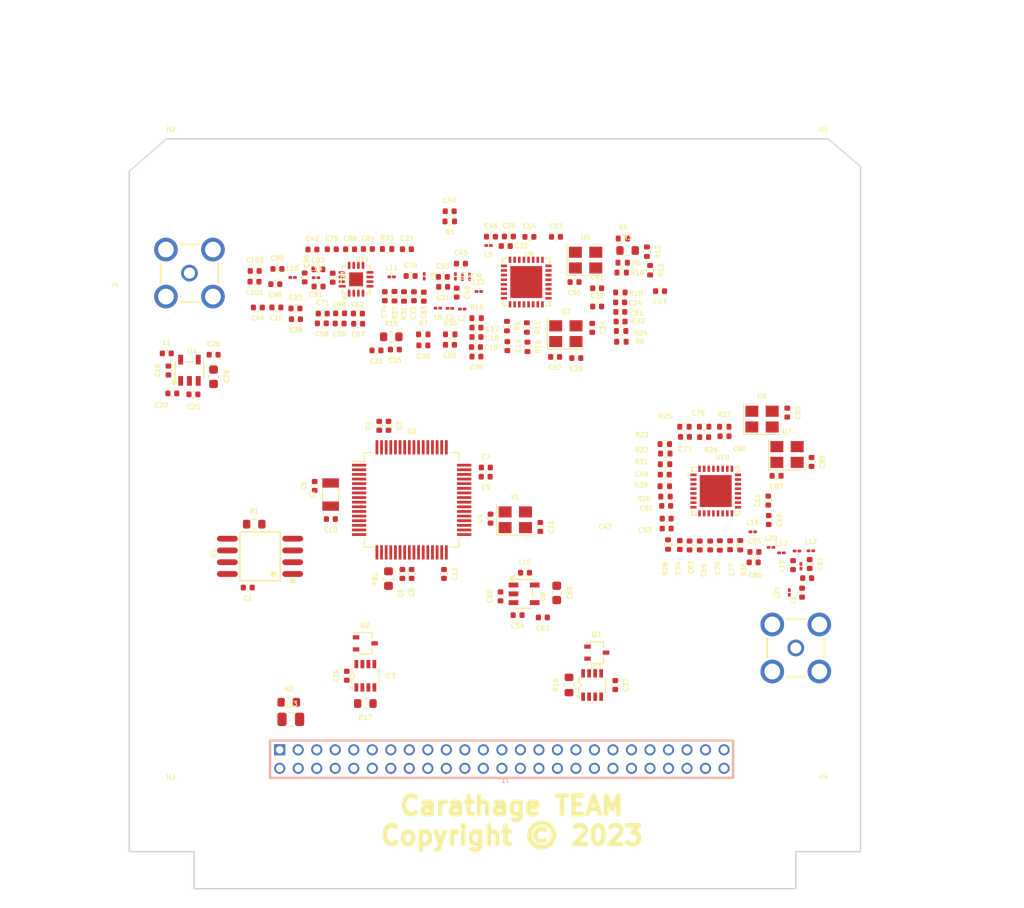
<source format=kicad_pcb>
(kicad_pcb (version 20171130) (host pcbnew "(5.1.8)-1")
  (title_block (title "UPSat COMMS") (date 2016-04-09) (rev 0.3))
  (layers (0 F.Cu signal) (1 In1.Cu signal) (2 In2.Cu signal) (31 B.Cu signal) (34 B.Paste user) (35 F.Paste user) (36 B.SilkS user) (37 F.SilkS user) (38 B.Mask user) (39 F.Mask user) (44 Edge.Cuts user))
  (net 0 "")
  (net 1 GND)
  (net 2 +3V3)
  (net 3 /STM32L4_HSE_IN)
  (net 4 /STM32L4_LSE_IN)
  (net 5 /VDDA)
  (net 6 /STM32L4_LSE_OUT)
  (net 7 /STM32L4_HSE_OUT)
  (net 8 /STM32L4_NRST)
  (net 9 /5V)
  (net 10 /3V3)
  (net 11 /OUT_3V3)
  (net 12 "Net-(C49-Pad1)")
  (net 13 VDD)
  (net 14 "Net-(C53-Pad1)")
  (net 15 "Net-(C54-Pad1)")
  (net 16 "Net-(C56-Pad2)")
  (net 17 "Net-(C56-Pad1)")
  (net 18 "Net-(C57-Pad2)")
  (net 19 "Net-(C59-Pad2)")
  (net 20 "Net-(C61-Pad2)")
  (net 21 "Net-(C75-Pad2)")
  (net 22 "Net-(C75-Pad1)")
  (net 23 "Net-(C78-Pad2)")
  (net 24 "Net-(C82-Pad2)")
  (net 25 "Net-(C86-Pad2)")
  (net 26 "Net-(C86-Pad1)")
  (net 27 "Net-(C87-Pad1)")
  (net 28 "Net-(C90-Pad1)")
  (net 29 "Net-(C94-Pad2)")
  (net 30 "Net-(C95-Pad2)")
  (net 31 "Net-(C95-Pad1)")
  (net 32 "Net-(C97-Pad1)")
  (net 33 "Net-(C100-Pad1)")
  (net 34 "Net-(C102-Pad1)")
  (net 35 /5V_OCP_control)
  (net 36 /SUP_5V0)
  (net 37 "Net-(IC1-Pad6)")
  (net 38 /CS)
  (net 39 "Net-(R3-Pad1)")
  (net 40 "Net-(R5-Pad2)")
  (net 41 /1RESET_N)
  (net 42 "Net-(R6-Pad2)")
  (net 43 /1GPIO3)
  (net 44 "Net-(R7-Pad2)")
  (net 45 /1GPIO2)
  (net 46 "Net-(R8-Pad2)")
  (net 47 /SPI1_MOSI)
  (net 48 "Net-(R9-Pad2)")
  (net 49 /SPI1_SCK)
  (net 50 "Net-(R10-Pad2)")
  (net 51 /SPI1_MISO)
  (net 52 "Net-(R12-Pad2)")
  (net 53 /1CS_N)
  (net 54 /SUP_3V3_2)
  (net 55 "Net-(IC2-Pad6)")
  (net 56 "Net-(IC3-Pad6)")
  (net 57 "Net-(R21-Pad2)")
  (net 58 /2RESET_N)
  (net 59 "Net-(R22-Pad2)")
  (net 60 /2GPIO3)
  (net 61 "Net-(R23-Pad2)")
  (net 62 /2GPIO2)
  (net 63 "Net-(R24-Pad2)")
  (net 64 /SPI2_MOSI)
  (net 65 "Net-(R25-Pad2)")
  (net 66 /SPI2_SCK)
  (net 67 "Net-(R26-Pad2)")
  (net 68 /SPI2_MISO)
  (net 69 "Net-(R27-Pad2)")
  (net 70 /2GPIO0)
  (net 71 "Net-(R28-Pad2)")
  (net 72 /2CS_N)
  (net 73 "Net-(R34-Pad1)")
  (net 74 /MISO)
  (net 75 /CLK)
  (net 76 /MOSI)
  (net 77 "Net-(U2-Pad62)")
  (net 78 "Net-(U2-Pad61)")
  (net 79 "Net-(U2-Pad59)")
  (net 80 "Net-(U2-Pad58)")
  (net 81 "Net-(U2-Pad57)")
  (net 82 "Net-(U2-Pad56)")
  (net 83 "Net-(U2-Pad55)")
  (net 84 "Net-(U2-Pad54)")
  (net 85 "Net-(U2-Pad50)")
  (net 86 /STM32L4_SWDCLK)
  (net 87 /STM32L4_SWDIO)
  (net 88 "Net-(U2-Pad45)")
  (net 89 "Net-(U2-Pad44)")
  (net 90 "Net-(U2-Pad38)")
  (net 91 "Net-(U2-Pad37)")
  (net 92 "Net-(U2-Pad36)")
  (net 93 "Net-(U2-Pad35)")
  (net 94 /1GPIO0)
  (net 95 "Net-(U2-Pad28)")
  (net 96 "Net-(U2-Pad27)")
  (net 97 /Conctrol_MCU)
  (net 98 "Net-(U2-Pad25)")
  (net 99 /UART_Tx_Mission_Boss)
  (net 100 /UART_Rx_Mission_Boss)
  (net 101 "Net-(U2-Pad14)")
  (net 102 "Net-(U2-Pad9)")
  (net 103 "Net-(U2-Pad8)")
  (net 104 "Net-(U2-Pad2)")
  (net 105 "Net-(C20-Pad1)")
  (net 106 /3V3_OCP_control)
  (net 107 "Net-(IC2-Pad3)")
  (net 108 "Net-(IC2-Pad7)")
  (net 109 "Net-(IC2-Pad8)")
  (net 110 "Net-(IC3-Pad3)")
  (net 111 "Net-(IC3-Pad7)")
  (net 112 "Net-(IC3-Pad8)")
  (net 113 "Net-(C15-Pad1)")
  (net 114 "Net-(C19-Pad1)")
  (net 115 "Net-(C21-Pad2)")
  (net 116 "Net-(C21-Pad1)")
  (net 117 "Net-(C22-Pad2)")
  (net 118 "Net-(C23-Pad2)")
  (net 119 "Net-(C24-Pad2)")
  (net 120 "Net-(C32-Pad2)")
  (net 121 "Net-(C32-Pad1)")
  (net 122 "Net-(C33-Pad2)")
  (net 123 "Net-(C40-Pad2)")
  (net 124 "Net-(C42-Pad2)")
  (net 125 "Net-(C42-Pad1)")
  (net 126 "Net-(C43-Pad1)")
  (net 127 "Net-(C45-Pad1)")
  (net 128 "Net-(C46-Pad2)")
  (net 129 "Net-(C47-Pad2)")
  (net 130 "Net-(C47-Pad1)")
  (net 131 "Net-(C48-Pad1)")
  (net 132 "Net-(C55-Pad1)")
  (net 133 "Net-(C72-Pad1)")
  (net 134 "Net-(C76-Pad1)")
  (net 135 "Net-(C79-Pad1)")
  (net 136 "Net-(C83-Pad1)")
  (net 137 "Net-(C96-Pad2)")
  (net 138 "Net-(C101-Pad1)")
  (net 139 "Net-(C103-Pad1)")
  (net 140 "Net-(R18-Pad1)")
  (net 141 "Net-(C74-Pad2)")
  (net 142 "Net-(C74-Pad1)")
  (net 143 "Net-(R11-Pad2)")
  (net 144 "Net-(R33-Pad2)")
  (net 145 "Net-(U6-Pad16)")
  (net 146 "Net-(U10-Pad16)")
  (net 147 "Net-(U11-Pad7)")
  (net 148 "Net-(U11-Pad13)")
  (net 149 "Net-(U3-Pad1)")
  (net 150 "Net-(U7-Pad1)")
  (net 151 "Net-(J1-Pad4)")
  (net 152 "Net-(J1-Pad5)")
  (net 153 "Net-(J1-Pad6)")
  (net 154 "Net-(J1-Pad7)")
  (net 155 "Net-(J1-Pad8)")
  (net 156 "Net-(J1-Pad9)")
  (net 157 "Net-(J1-Pad10)")
  (net 158 "Net-(J1-Pad11)")
  (net 159 "Net-(J1-Pad12)")
  (net 160 "Net-(J1-Pad21)")
  (net 161 "Net-(J1-Pad22)")
  (net 162 /SUP_UNREG_1)
  (net 163 "Net-(J1-Pad27)")
  (net 164 "Net-(J1-Pad28)")
  (net 165 "Net-(J1-Pad29)")
  (net 166 "Net-(J1-Pad30)")
  (net 167 "Net-(J1-Pad31)")
  (net 168 "Net-(J1-Pad32)")
  (net 169 "Net-(J1-Pad33)")
  (net 170 "Net-(J1-Pad34)")
  (net 171 /SUP_UNREG_2)
  (net 172 "Net-(J1-Pad37)")
  (net 173 "Net-(J1-Pad38)")
  (net 174 "Net-(J1-Pad39)")
  (net 175 "Net-(J1-Pad40)")
  (net 176 "Net-(J1-Pad41)")
  (net 177 "Net-(J1-Pad42)")
  (net 178 "Net-(J1-Pad43)")
  (net 179 "Net-(J1-Pad44)")
  (net 180 "Net-(J1-Pad45)")
  (net 181 "Net-(J1-Pad46)")
  (net 182 "Net-(J1-Pad47)")
  (net 183 "Net-(J1-Pad48)")
  (net 184 /SUP_3V3_1)
  (module Package_TO_SOT_SMD:SOT-323_SC-70 (layer F.Cu) (at 186.36 95.67)
    (fp_text reference Q3 (at -0.05 -1.95) (layer F.SilkS) (effects (font (size 0.5 0.5) (thickness 0.1))))
    (fp_text value FDMS8050)
    (pad 3 smd rect (at 1 0 270) (size 0.45 0.7) (layers F.Cu F.Paste F.Mask) (net 11 /OUT_3V3))
    (pad 2 smd rect (at -1 0.65 270) (size 0.45 0.7) (layers F.Cu F.Paste F.Mask) (net 11 /OUT_3V3))
    (pad 1 smd rect (at -1 -0.65 270) (size 0.45 0.7) (layers F.Cu F.Paste F.Mask) (net 11 /OUT_3V3))
  )
  (module Package_TO_SOT_SMD:SOT-323_SC-70 (layer F.Cu) (at 161.36 94.67)
    (fp_text reference Q2 (at -0.05 -1.95) (layer F.SilkS) (effects (font (size 0.5 0.5) (thickness 0.1))))
    (fp_text value FDMS8050)
    (pad 3 smd rect (at 1 0 270) (size 0.45 0.7) (layers F.Cu F.Paste F.Mask) (net 10 /3V3))
    (pad 2 smd rect (at -1 0.65 270) (size 0.45 0.7) (layers F.Cu F.Paste F.Mask) (net 10 /3V3))
    (pad 1 smd rect (at -1 -0.65 270) (size 0.45 0.7) (layers F.Cu F.Paste F.Mask) (net 10 /3V3))
  )
  (module MountingHole:MountingHole_3.7mm (layer F.Cu) (at 210.86 113.82)
    (fp_text reference H4 (at 0 -4.7) (layer F.SilkS) (effects (font (size 0.5 0.5) (thickness 0.1))))
    (fp_text value MountingHole_Pad)
    (pad 1 np_thru_hole circle (at 0 0) (size 3.7 3.7) (drill 3.7) (layers *.Cu *.Mask) (net 1 GND))
  )
  (module MountingHole:MountingHole_3.7mm (layer F.Cu) (at 140.36 113.82)
    (fp_text reference H3 (at 0 -4.7) (layer F.SilkS) (effects (font (size 0.5 0.5) (thickness 0.1))))
    (fp_text value MountingHole_Pad)
    (pad 1 np_thru_hole circle (at 0 0) (size 3.7 3.7) (drill 3.7) (layers *.Cu *.Mask) (net 1 GND))
  )
  (module MountingHole:MountingHole_3.7mm (layer F.Cu) (at 140.36 43.87)
    (fp_text reference H2 (at 0 -4.7) (layer F.SilkS) (effects (font (size 0.5 0.5) (thickness 0.1))))
    (fp_text value MountingHole_Pad)
    (pad 1 np_thru_hole circle (at 0 0) (size 3.7 3.7) (drill 3.7) (layers *.Cu *.Mask) (net 1 GND))
  )
  (module MountingHole:MountingHole_3.7mm (layer F.Cu) (at 210.86 43.87)
    (fp_text reference H1 (at 0 -4.7) (layer F.SilkS) (effects (font (size 0.5 0.5) (thickness 0.1))))
    (fp_text value MountingHole_Pad)
    (pad 1 np_thru_hole circle (at 0 0) (size 3.7 3.7) (drill 3.7) (layers *.Cu *.Mask) (net 1 GND))
  )
  (module Crystal:Crystal_SMD_3215-2Pin_3.2x1.5mm (layer F.Cu) (at 157.61 78.595 90)
    (fp_text reference Y2 (at 0 -2 90) (layer F.SilkS) (effects (font (size 0.5 0.5) (thickness 0.1))))
    (fp_text value 32.768KHz)
    (pad 2 smd rect (at -1.25 0 90) (size 1 1.8) (layers F.Cu F.Paste F.Mask) (net 6 /STM32L4_LSE_OUT))
    (pad 1 smd rect (at 1.25 0 90) (size 1 1.8) (layers F.Cu F.Paste F.Mask) (net 4 /STM32L4_LSE_IN))
  )
  (module Crystal:Crystal_SMD_3225-4Pin_3.2x2.5mm (layer F.Cu) (at 177.56 81.32)
    (fp_text reference Y1 (at 0 -2.45) (layer F.SilkS) (effects (font (size 0.5 0.5) (thickness 0.1))))
    (fp_text value 12M)
    (pad 4 smd rect (at -1.1 -0.85) (size 1.4 1.2) (layers F.Cu F.Paste F.Mask) (net 1 GND))
    (pad 3 smd rect (at 1.1 -0.85) (size 1.4 1.2) (layers F.Cu F.Paste F.Mask) (net 7 /STM32L4_HSE_OUT))
    (pad 2 smd rect (at 1.1 0.85) (size 1.4 1.2) (layers F.Cu F.Paste F.Mask) (net 1 GND))
    (pad 1 smd rect (at -1.1 0.85) (size 1.4 1.2) (layers F.Cu F.Paste F.Mask) (net 3 /STM32L4_HSE_IN))
  )
  (module foot-print-library:QFN-16_L3.0-W3.0-P0.50-BL-EP1.5 (layer F.Cu) (at 160.36 55.345)
    (fp_text reference U11 (at -0.127 -2.16) (layer F.SilkS) (effects (font (size 0.5 0.5) (thickness 0.1)) (justify left)))
    (fp_text value RF5110G hide)
    (pad 1 smd oval (at -0.75 1.5) (size 0.28 0.8) (layers F.Cu F.Paste F.Mask) (net 144 "Net-(R33-Pad2)"))
    (pad 2 smd oval (at -0.25 1.5) (size 0.28 0.8) (layers F.Cu F.Paste F.Mask) (net 1 GND))
    (pad 3 smd oval (at 0.25 1.5) (size 0.28 0.8) (layers F.Cu F.Paste F.Mask) (net 142 "Net-(C74-Pad1)"))
    (pad 4 smd oval (at 0.75 1.5) (size 0.28 0.8) (layers F.Cu F.Paste F.Mask) (net 1 GND))
    (pad 5 smd oval (at 1.5 0.75) (size 0.8 0.28) (layers F.Cu F.Paste F.Mask) (net 134 "Net-(C76-Pad1)"))
    (pad 6 smd oval (at 1.5 0.25) (size 0.8 0.28) (layers F.Cu F.Paste F.Mask) (net 134 "Net-(C76-Pad1)"))
    (pad 7 smd oval (at 1.5 -0.25) (size 0.8 0.28) (layers F.Cu F.Paste F.Mask) (net 147 "Net-(U11-Pad7)"))
    (pad 8 smd oval (at 1.5 -0.75) (size 0.8 0.28) (layers F.Cu F.Paste F.Mask) (net 136 "Net-(C83-Pad1)"))
    (pad 9 smd oval (at 0.75 -1.5) (size 0.28 0.8) (layers F.Cu F.Paste F.Mask) (net 137 "Net-(C96-Pad2)"))
    (pad 10 smd oval (at 0.25 -1.5) (size 0.28 0.8) (layers F.Cu F.Paste F.Mask) (net 137 "Net-(C96-Pad2)"))
    (pad 11 smd oval (at -0.25 -1.5) (size 0.28 0.8) (layers F.Cu F.Paste F.Mask) (net 137 "Net-(C96-Pad2)"))
    (pad 12 smd oval (at -0.75 -1.5) (size 0.28 0.8) (layers F.Cu F.Paste F.Mask) (net 137 "Net-(C96-Pad2)"))
    (pad 13 smd oval (at -1.5 -0.751) (size 0.8 0.28) (layers F.Cu F.Paste F.Mask) (net 148 "Net-(U11-Pad13)"))
    (pad 14 smd oval (at -1.5 -0.251) (size 0.8 0.28) (layers F.Cu F.Paste F.Mask) (net 2 +3V3))
    (pad 15 smd oval (at -1.5 0.249) (size 0.8 0.28) (layers F.Cu F.Paste F.Mask) (net 135 "Net-(C79-Pad1)"))
    (pad 16 smd oval (at -1.5 0.749) (size 0.8 0.28) (layers F.Cu F.Paste F.Mask) (net 135 "Net-(C79-Pad1)"))
    (pad 17 smd rect (at 0 0) (size 1.5 1.5) (layers F.Cu F.Paste F.Mask) (net 1 GND))
  )
  (module foot-print-library:HVQFN-32_L5.0-W5.0-P0.50-TL-EP (layer F.Cu) (at 199.21 78.22)
    (fp_text reference U10 (at -0.075 -3.675) (layer F.SilkS) (effects (font (size 0.5 0.5) (thickness 0.1)) (justify left)))
    (fp_text value CC1125 hide)
    (pad 1 smd rect (at -2.407 -1.75) (size 0.665 0.28) (layers F.Cu F.Paste F.Mask) (net 13 VDD))
    (pad 2 smd rect (at -2.407 -1.25) (size 0.665 0.28) (layers F.Cu F.Paste F.Mask) (net 57 "Net-(R21-Pad2)"))
    (pad 3 smd rect (at -2.407 -0.75) (size 0.665 0.28) (layers F.Cu F.Paste F.Mask) (net 59 "Net-(R22-Pad2)"))
    (pad 4 smd rect (at -2.407 -0.25) (size 0.665 0.28) (layers F.Cu F.Paste F.Mask) (net 61 "Net-(R23-Pad2)"))
    (pad 5 smd rect (at -2.407 0.25) (size 0.665 0.28) (layers F.Cu F.Paste F.Mask) (net 13 VDD))
    (pad 6 smd rect (at -2.407 0.75) (size 0.665 0.28) (layers F.Cu F.Paste F.Mask) (net 14 "Net-(C53-Pad1)"))
    (pad 7 smd rect (at -2.407 1.25) (size 0.665 0.28) (layers F.Cu F.Paste F.Mask) (net 63 "Net-(R24-Pad2)"))
    (pad 8 smd rect (at -2.407 1.75) (size 0.665 0.28) (layers F.Cu F.Paste F.Mask) (net 65 "Net-(R25-Pad2)"))
    (pad 9 smd rect (at -1.75 2.407) (size 0.28 0.665) (layers F.Cu F.Paste F.Mask) (net 67 "Net-(R26-Pad2)"))
    (pad 10 smd rect (at -1.25 2.407) (size 0.28 0.665) (layers F.Cu F.Paste F.Mask) (net 69 "Net-(R27-Pad2)"))
    (pad 11 smd rect (at -0.75 2.407) (size 0.28 0.665) (layers F.Cu F.Paste F.Mask) (net 71 "Net-(R28-Pad2)"))
    (pad 12 smd rect (at -0.25 2.407) (size 0.28 0.665) (layers F.Cu F.Paste F.Mask) (net 13 VDD))
    (pad 13 smd rect (at 0.25 2.407) (size 0.28 0.665) (layers F.Cu F.Paste F.Mask) (net 13 VDD))
    (pad 14 smd rect (at 0.75 2.407) (size 0.28 0.665) (layers F.Cu F.Paste F.Mask) (net 73 "Net-(R34-Pad1)"))
    (pad 15 smd rect (at 1.25 2.407) (size 0.28 0.665) (layers F.Cu F.Paste F.Mask) (net 13 VDD))
    (pad 16 smd rect (at 1.75 2.407) (size 0.28 0.665) (layers F.Cu F.Paste F.Mask) (net 146 "Net-(U10-Pad16)"))
    (pad 17 smd rect (at 2.407 1.75) (size 0.665 0.28) (layers F.Cu F.Paste F.Mask) (net 25 "Net-(C86-Pad2)"))
    (pad 18 smd rect (at 2.407 1.25) (size 0.665 0.28) (layers F.Cu F.Paste F.Mask) (net 32 "Net-(C97-Pad1)"))
    (pad 19 smd rect (at 2.407 0.75) (size 0.665 0.28) (layers F.Cu F.Paste F.Mask) (net 30 "Net-(C95-Pad2)"))
    (pad 20 smd rect (at 2.407 0.25) (size 0.665 0.28) (layers F.Cu F.Paste F.Mask) (net 29 "Net-(C94-Pad2)"))
    (pad 21 smd rect (at 2.407 -0.25) (size 0.665 0.28) (layers F.Cu F.Paste F.Mask) (net 24 "Net-(C82-Pad2)"))
    (pad 22 smd rect (at 2.407 -0.75) (size 0.665 0.28) (layers F.Cu F.Paste F.Mask) (net 13 VDD))
    (pad 23 smd rect (at 2.407 -1.25) (size 0.665 0.28) (layers F.Cu F.Paste F.Mask) (net 22 "Net-(C75-Pad1)"))
    (pad 24 smd rect (at 2.407 -1.75) (size 0.665 0.28) (layers F.Cu F.Paste F.Mask) (net 21 "Net-(C75-Pad2)"))
    (pad 25 smd rect (at 1.75 -2.407) (size 0.28 0.665) (layers F.Cu F.Paste F.Mask) (net 13 VDD))
    (pad 26 smd rect (at 1.25 -2.407) (size 0.28 0.665) (layers F.Cu F.Paste F.Mask) (net 23 "Net-(C78-Pad2)"))
    (pad 27 smd rect (at 0.75 -2.407) (size 0.28 0.665) (layers F.Cu F.Paste F.Mask) (net 13 VDD))
    (pad 28 smd rect (at 0.25 -2.407) (size 0.28 0.665) (layers F.Cu F.Paste F.Mask) (net 13 VDD))
    (pad 29 smd rect (at -0.25 -2.407) (size 0.28 0.665) (layers F.Cu F.Paste F.Mask) (net 20 "Net-(C61-Pad2)"))
    (pad 30 smd rect (at -0.75 -2.407) (size 0.28 0.665) (layers F.Cu F.Paste F.Mask) (net 19 "Net-(C59-Pad2)"))
    (pad 31 smd rect (at -1.25 -2.407) (size 0.28 0.665) (layers F.Cu F.Paste F.Mask) (net 18 "Net-(C57-Pad2)"))
    (pad 32 smd rect (at -1.75 -2.407) (size 0.28 0.665) (layers F.Cu F.Paste F.Mask) (net 17 "Net-(C56-Pad1)"))
    (pad 33 smd rect (at 0 0) (size 3.45 3.45) (layers F.Cu F.Paste F.Mask) (net 1 GND))
  )
  (module Crystal:Crystal_SMD_3225-4Pin_3.2x2.5mm (layer F.Cu) (at 204.21 70.445)
    (fp_text reference U9 (at 0 -2.45) (layer F.SilkS) (effects (font (size 0.5 0.5) (thickness 0.1))))
    (fp_text value FA_128_)
    (pad 4 smd rect (at -1.1 -0.85) (size 1.4 1.2) (layers F.Cu F.Paste F.Mask) (net 1 GND))
    (pad 3 smd rect (at 1.1 -0.85) (size 1.4 1.2) (layers F.Cu F.Paste F.Mask) (net 19 "Net-(C59-Pad2)"))
    (pad 2 smd rect (at 1.1 0.85) (size 1.4 1.2) (layers F.Cu F.Paste F.Mask) (net 1 GND))
    (pad 1 smd rect (at -1.1 0.85) (size 1.4 1.2) (layers F.Cu F.Paste F.Mask) (net 18 "Net-(C57-Pad2)"))
  )
  (module foot-print-library:TSOT-23-5_L2.9-W1.6-P0.95-LS2.8-BL (layer F.Cu) (at 178.51 89.32 270)
    (fp_text reference U8 (at -0.254 -2.032 90) (layer F.SilkS) (effects (font (size 0.5 0.5) (thickness 0.1)) (justify right)))
    (fp_text value TPS79930 hide)
    (pad 1 smd rect (at -0.95 1.148 270) (size 0.532 1.045) (layers F.Cu F.Paste F.Mask) (net 2 +3V3))
    (pad 2 smd rect (at 0 1.148 270) (size 0.532 1.045) (layers F.Cu F.Paste F.Mask) (net 1 GND))
    (pad 3 smd rect (at 0.95 1.148 270) (size 0.532 1.045) (layers F.Cu F.Paste F.Mask) (net 2 +3V3))
    (pad 4 smd rect (at 0.95 -1.148 270) (size 0.532 1.045) (layers F.Cu F.Paste F.Mask) (net 15 "Net-(C54-Pad1)"))
    (pad 5 smd rect (at -0.95 -1.148 270) (size 0.532 1.045) (layers F.Cu F.Paste F.Mask) (net 13 VDD))
  )
  (module Crystal:Crystal_SMD_3225-4Pin_3.2x2.5mm (layer F.Cu) (at 206.91 74.27)
    (fp_text reference U7 (at 0 -2.45) (layer F.SilkS) (effects (font (size 0.5 0.5) (thickness 0.1))))
    (fp_text value TXCO_TG_5021CG)
    (pad 4 smd rect (at -1.1 -0.85) (size 1.4 1.2) (layers F.Cu F.Paste F.Mask) (net 12 "Net-(C49-Pad1)"))
    (pad 3 smd rect (at 1.1 -0.85) (size 1.4 1.2) (layers F.Cu F.Paste F.Mask) (net 16 "Net-(C56-Pad2)"))
    (pad 2 smd rect (at 1.1 0.85) (size 1.4 1.2) (layers F.Cu F.Paste F.Mask) (net 1 GND))
    (pad 1 smd rect (at -1.1 0.85) (size 1.4 1.2) (layers F.Cu F.Paste F.Mask) (net 150 "Net-(U7-Pad1)"))
  )
  (module foot-print-library:HVQFN-32_L5.0-W5.0-P0.50-TL-EP (layer F.Cu) (at 178.74 55.64)
    (fp_text reference U6 (at -0.254 -3.048) (layer F.SilkS) (effects (font (size 0.5 0.5) (thickness 0.1)) (justify left)))
    (fp_text value CC1125 hide)
    (pad 1 smd rect (at -2.407 -1.75) (size 0.665 0.28) (layers F.Cu F.Paste F.Mask) (net 13 VDD))
    (pad 2 smd rect (at -2.407 -1.25) (size 0.665 0.28) (layers F.Cu F.Paste F.Mask) (net 40 "Net-(R5-Pad2)"))
    (pad 3 smd rect (at -2.407 -0.75) (size 0.665 0.28) (layers F.Cu F.Paste F.Mask) (net 42 "Net-(R6-Pad2)"))
    (pad 4 smd rect (at -2.407 -0.25) (size 0.665 0.28) (layers F.Cu F.Paste F.Mask) (net 44 "Net-(R7-Pad2)"))
    (pad 5 smd rect (at -2.407 0.25) (size 0.665 0.28) (layers F.Cu F.Paste F.Mask) (net 13 VDD))
    (pad 6 smd rect (at -2.407 0.75) (size 0.665 0.28) (layers F.Cu F.Paste F.Mask) (net 114 "Net-(C19-Pad1)"))
    (pad 7 smd rect (at -2.407 1.25) (size 0.665 0.28) (layers F.Cu F.Paste F.Mask) (net 46 "Net-(R8-Pad2)"))
    (pad 8 smd rect (at -2.407 1.75) (size 0.665 0.28) (layers F.Cu F.Paste F.Mask) (net 48 "Net-(R9-Pad2)"))
    (pad 9 smd rect (at -1.75 2.407) (size 0.28 0.665) (layers F.Cu F.Paste F.Mask) (net 50 "Net-(R10-Pad2)"))
    (pad 10 smd rect (at -1.25 2.407) (size 0.28 0.665) (layers F.Cu F.Paste F.Mask) (net 143 "Net-(R11-Pad2)"))
    (pad 11 smd rect (at -0.75 2.407) (size 0.28 0.665) (layers F.Cu F.Paste F.Mask) (net 52 "Net-(R12-Pad2)"))
    (pad 12 smd rect (at -0.25 2.407) (size 0.28 0.665) (layers F.Cu F.Paste F.Mask) (net 13 VDD))
    (pad 13 smd rect (at 0.25 2.407) (size 0.28 0.665) (layers F.Cu F.Paste F.Mask) (net 13 VDD))
    (pad 14 smd rect (at 0.75 2.407) (size 0.28 0.665) (layers F.Cu F.Paste F.Mask) (net 140 "Net-(R18-Pad1)"))
    (pad 15 smd rect (at 1.25 2.407) (size 0.28 0.665) (layers F.Cu F.Paste F.Mask) (net 13 VDD))
    (pad 16 smd rect (at 1.75 2.407) (size 0.28 0.665) (layers F.Cu F.Paste F.Mask) (net 145 "Net-(U6-Pad16)"))
    (pad 17 smd rect (at 2.407 1.75) (size 0.665 0.28) (layers F.Cu F.Paste F.Mask) (net 124 "Net-(C42-Pad2)"))
    (pad 18 smd rect (at 2.407 1.25) (size 0.665 0.28) (layers F.Cu F.Paste F.Mask) (net 131 "Net-(C48-Pad1)"))
    (pad 19 smd rect (at 2.407 0.75) (size 0.665 0.28) (layers F.Cu F.Paste F.Mask) (net 129 "Net-(C47-Pad2)"))
    (pad 20 smd rect (at 2.407 0.25) (size 0.665 0.28) (layers F.Cu F.Paste F.Mask) (net 128 "Net-(C46-Pad2)"))
    (pad 21 smd rect (at 2.407 -0.25) (size 0.665 0.28) (layers F.Cu F.Paste F.Mask) (net 123 "Net-(C40-Pad2)"))
    (pad 22 smd rect (at 2.407 -0.75) (size 0.665 0.28) (layers F.Cu F.Paste F.Mask) (net 13 VDD))
    (pad 23 smd rect (at 2.407 -1.25) (size 0.665 0.28) (layers F.Cu F.Paste F.Mask) (net 121 "Net-(C32-Pad1)"))
    (pad 24 smd rect (at 2.407 -1.75) (size 0.665 0.28) (layers F.Cu F.Paste F.Mask) (net 120 "Net-(C32-Pad2)"))
    (pad 25 smd rect (at 1.75 -2.407) (size 0.28 0.665) (layers F.Cu F.Paste F.Mask) (net 13 VDD))
    (pad 26 smd rect (at 1.25 -2.407) (size 0.28 0.665) (layers F.Cu F.Paste F.Mask) (net 122 "Net-(C33-Pad2)"))
    (pad 27 smd rect (at 0.75 -2.407) (size 0.28 0.665) (layers F.Cu F.Paste F.Mask) (net 13 VDD))
    (pad 28 smd rect (at 0.25 -2.407) (size 0.28 0.665) (layers F.Cu F.Paste F.Mask) (net 13 VDD))
    (pad 29 smd rect (at -0.25 -2.407) (size 0.28 0.665) (layers F.Cu F.Paste F.Mask) (net 119 "Net-(C24-Pad2)"))
    (pad 30 smd rect (at -0.75 -2.407) (size 0.28 0.665) (layers F.Cu F.Paste F.Mask) (net 118 "Net-(C23-Pad2)"))
    (pad 31 smd rect (at -1.25 -2.407) (size 0.28 0.665) (layers F.Cu F.Paste F.Mask) (net 117 "Net-(C22-Pad2)"))
    (pad 32 smd rect (at -1.75 -2.407) (size 0.28 0.665) (layers F.Cu F.Paste F.Mask) (net 116 "Net-(C21-Pad1)"))
    (pad 33 smd rect (at 0 0) (size 3.45 3.45) (layers F.Cu F.Paste F.Mask) (net 1 GND))
  )
  (module Crystal:Crystal_SMD_3225-4Pin_3.2x2.5mm (layer F.Cu) (at 185.15 53.27)
    (fp_text reference U5 (at 0 -2.45) (layer F.SilkS) (effects (font (size 0.5 0.5) (thickness 0.1))))
    (fp_text value FA_128_)
    (pad 4 smd rect (at -1.1 -0.85) (size 1.4 1.2) (layers F.Cu F.Paste F.Mask) (net 1 GND))
    (pad 3 smd rect (at 1.1 -0.85) (size 1.4 1.2) (layers F.Cu F.Paste F.Mask) (net 118 "Net-(C23-Pad2)"))
    (pad 2 smd rect (at 1.1 0.85) (size 1.4 1.2) (layers F.Cu F.Paste F.Mask) (net 1 GND))
    (pad 1 smd rect (at -1.1 0.85) (size 1.4 1.2) (layers F.Cu F.Paste F.Mask) (net 117 "Net-(C22-Pad2)"))
  )
  (module foot-print-library:TSOT-23-5_L2.9-W1.6-P0.95-LS2.8-BL (layer F.Cu) (at 142.36 65.17)
    (fp_text reference U4 (at -0.254 -2.032) (layer F.SilkS) (effects (font (size 0.5 0.5) (thickness 0.1)) (justify left)))
    (fp_text value TPS79930 hide)
    (pad 1 smd rect (at -0.95 1.148) (size 0.532 1.045) (layers F.Cu F.Paste F.Mask) (net 2 +3V3))
    (pad 2 smd rect (at 0 1.148) (size 0.532 1.045) (layers F.Cu F.Paste F.Mask) (net 1 GND))
    (pad 3 smd rect (at 0.95 1.148) (size 0.532 1.045) (layers F.Cu F.Paste F.Mask) (net 2 +3V3))
    (pad 4 smd rect (at 0.95 -1.148) (size 0.532 1.045) (layers F.Cu F.Paste F.Mask) (net 105 "Net-(C20-Pad1)"))
    (pad 5 smd rect (at -0.95 -1.148) (size 0.532 1.045) (layers F.Cu F.Paste F.Mask) (net 13 VDD))
  )
  (module Crystal:Crystal_SMD_3225-4Pin_3.2x2.5mm (layer F.Cu) (at 183.02 61.22)
    (fp_text reference U3 (at 0 -2.45) (layer F.SilkS) (effects (font (size 0.5 0.5) (thickness 0.1))))
    (fp_text value TXCO_TG_5021CG)
    (pad 4 smd rect (at -1.1 -0.85) (size 1.4 1.2) (layers F.Cu F.Paste F.Mask) (net 113 "Net-(C15-Pad1)"))
    (pad 3 smd rect (at 1.1 -0.85) (size 1.4 1.2) (layers F.Cu F.Paste F.Mask) (net 115 "Net-(C21-Pad2)"))
    (pad 2 smd rect (at 1.1 0.85) (size 1.4 1.2) (layers F.Cu F.Paste F.Mask) (net 1 GND))
    (pad 1 smd rect (at -1.1 0.85) (size 1.4 1.2) (layers F.Cu F.Paste F.Mask) (net 149 "Net-(U3-Pad1)"))
  )
  (module Package_QFP:LQFP-64_10x10mm_P0.5mm (layer F.Cu) (at 166.36 79.17)
    (fp_text reference U2 (at 0 -7.4) (layer F.SilkS) (effects (font (size 0.5 0.5) (thickness 0.1))))
    (fp_text value STM32L431RCTx)
    (pad 64 smd roundrect (at -3.75 -5.675) (size 0.3 1.55) (layers F.Cu F.Paste F.Mask) (net 2 +3V3))
    (pad 63 smd roundrect (at -3.25 -5.675) (size 0.3 1.55) (layers F.Cu F.Paste F.Mask) (net 1 GND))
    (pad 62 smd roundrect (at -2.75 -5.675) (size 0.3 1.55) (layers F.Cu F.Paste F.Mask) (net 77 "Net-(U2-Pad62)"))
    (pad 61 smd roundrect (at -2.25 -5.675) (size 0.3 1.55) (layers F.Cu F.Paste F.Mask) (net 78 "Net-(U2-Pad61)"))
    (pad 60 smd roundrect (at -1.75 -5.675) (size 0.3 1.55) (layers F.Cu F.Paste F.Mask) (net 39 "Net-(R3-Pad1)"))
    (pad 59 smd roundrect (at -1.25 -5.675) (size 0.3 1.55) (layers F.Cu F.Paste F.Mask) (net 79 "Net-(U2-Pad59)"))
    (pad 58 smd roundrect (at -0.75 -5.675) (size 0.3 1.55) (layers F.Cu F.Paste F.Mask) (net 80 "Net-(U2-Pad58)"))
    (pad 57 smd roundrect (at -0.25 -5.675) (size 0.3 1.55) (layers F.Cu F.Paste F.Mask) (net 81 "Net-(U2-Pad57)"))
    (pad 56 smd roundrect (at 0.25 -5.675) (size 0.3 1.55) (layers F.Cu F.Paste F.Mask) (net 82 "Net-(U2-Pad56)"))
    (pad 55 smd roundrect (at 0.75 -5.675) (size 0.3 1.55) (layers F.Cu F.Paste F.Mask) (net 83 "Net-(U2-Pad55)"))
    (pad 54 smd roundrect (at 1.25 -5.675) (size 0.3 1.55) (layers F.Cu F.Paste F.Mask) (net 84 "Net-(U2-Pad54)"))
    (pad 53 smd roundrect (at 1.75 -5.675) (size 0.3 1.55) (layers F.Cu F.Paste F.Mask) (net 76 /MOSI))
    (pad 52 smd roundrect (at 2.25 -5.675) (size 0.3 1.55) (layers F.Cu F.Paste F.Mask) (net 74 /MISO))
    (pad 51 smd roundrect (at 2.75 -5.675) (size 0.3 1.55) (layers F.Cu F.Paste F.Mask) (net 75 /CLK))
    (pad 50 smd roundrect (at 3.25 -5.675) (size 0.3 1.55) (layers F.Cu F.Paste F.Mask) (net 85 "Net-(U2-Pad50)"))
    (pad 49 smd roundrect (at 3.75 -5.675) (size 0.3 1.55) (layers F.Cu F.Paste F.Mask) (net 86 /STM32L4_SWDCLK))
    (pad 48 smd roundrect (at 5.675 -3.75) (size 1.55 0.3) (layers F.Cu F.Paste F.Mask) (net 2 +3V3))
    (pad 47 smd roundrect (at 5.675 -3.25) (size 1.55 0.3) (layers F.Cu F.Paste F.Mask) (net 1 GND))
    (pad 46 smd roundrect (at 5.675 -2.75) (size 1.55 0.3) (layers F.Cu F.Paste F.Mask) (net 87 /STM32L4_SWDIO))
    (pad 45 smd roundrect (at 5.675 -2.25) (size 1.55 0.3) (layers F.Cu F.Paste F.Mask) (net 88 "Net-(U2-Pad45)"))
    (pad 44 smd roundrect (at 5.675 -1.75) (size 1.55 0.3) (layers F.Cu F.Paste F.Mask) (net 89 "Net-(U2-Pad44)"))
    (pad 43 smd roundrect (at 5.675 -1.25) (size 1.55 0.3) (layers F.Cu F.Paste F.Mask) (net 72 /2CS_N))
    (pad 42 smd roundrect (at 5.675 -0.75) (size 1.55 0.3) (layers F.Cu F.Paste F.Mask) (net 70 /2GPIO0))
    (pad 41 smd roundrect (at 5.675 -0.25) (size 1.55 0.3) (layers F.Cu F.Paste F.Mask) (net 58 /2RESET_N))
    (pad 40 smd roundrect (at 5.675 0.25) (size 1.55 0.3) (layers F.Cu F.Paste F.Mask) (net 45 /1GPIO2))
    (pad 39 smd roundrect (at 5.675 0.75) (size 1.55 0.3) (layers F.Cu F.Paste F.Mask) (net 43 /1GPIO3))
    (pad 38 smd roundrect (at 5.675 1.25) (size 1.55 0.3) (layers F.Cu F.Paste F.Mask) (net 90 "Net-(U2-Pad38)"))
    (pad 37 smd roundrect (at 5.675 1.75) (size 1.55 0.3) (layers F.Cu F.Paste F.Mask) (net 91 "Net-(U2-Pad37)"))
    (pad 36 smd roundrect (at 5.675 2.25) (size 1.55 0.3) (layers F.Cu F.Paste F.Mask) (net 92 "Net-(U2-Pad36)"))
    (pad 35 smd roundrect (at 5.675 2.75) (size 1.55 0.3) (layers F.Cu F.Paste F.Mask) (net 93 "Net-(U2-Pad35)"))
    (pad 34 smd roundrect (at 5.675 3.25) (size 1.55 0.3) (layers F.Cu F.Paste F.Mask) (net 38 /CS))
    (pad 33 smd roundrect (at 5.675 3.75) (size 1.55 0.3) (layers F.Cu F.Paste F.Mask) (net 53 /1CS_N))
    (pad 32 smd roundrect (at 3.75 5.675) (size 0.3 1.55) (layers F.Cu F.Paste F.Mask) (net 2 +3V3))
    (pad 31 smd roundrect (at 3.25 5.675) (size 0.3 1.55) (layers F.Cu F.Paste F.Mask) (net 1 GND))
    (pad 30 smd roundrect (at 2.75 5.675) (size 0.3 1.55) (layers F.Cu F.Paste F.Mask) (net 94 /1GPIO0))
    (pad 29 smd roundrect (at 2.25 5.675) (size 0.3 1.55) (layers F.Cu F.Paste F.Mask) (net 66 /SPI2_SCK))
    (pad 28 smd roundrect (at 1.75 5.675) (size 0.3 1.55) (layers F.Cu F.Paste F.Mask) (net 95 "Net-(U2-Pad28)"))
    (pad 27 smd roundrect (at 1.25 5.675) (size 0.3 1.55) (layers F.Cu F.Paste F.Mask) (net 96 "Net-(U2-Pad27)"))
    (pad 26 smd roundrect (at 0.75 5.675) (size 0.3 1.55) (layers F.Cu F.Paste F.Mask) (net 97 /Conctrol_MCU))
    (pad 25 smd roundrect (at 0.25 5.675) (size 0.3 1.55) (layers F.Cu F.Paste F.Mask) (net 98 "Net-(U2-Pad25)"))
    (pad 24 smd roundrect (at -0.25 5.675) (size 0.3 1.55) (layers F.Cu F.Paste F.Mask) (net 41 /1RESET_N))
    (pad 23 smd roundrect (at -0.75 5.675) (size 0.3 1.55) (layers F.Cu F.Paste F.Mask) (net 64 /SPI2_MOSI))
    (pad 22 smd roundrect (at -1.25 5.675) (size 0.3 1.55) (layers F.Cu F.Paste F.Mask) (net 68 /SPI2_MISO))
    (pad 21 smd roundrect (at -1.75 5.675) (size 0.3 1.55) (layers F.Cu F.Paste F.Mask) (net 60 /2GPIO3))
    (pad 20 smd roundrect (at -2.25 5.675) (size 0.3 1.55) (layers F.Cu F.Paste F.Mask) (net 62 /2GPIO2))
    (pad 19 smd roundrect (at -2.75 5.675) (size 0.3 1.55) (layers F.Cu F.Paste F.Mask) (net 2 +3V3))
    (pad 18 smd roundrect (at -3.25 5.675) (size 0.3 1.55) (layers F.Cu F.Paste F.Mask) (net 1 GND))
    (pad 17 smd roundrect (at -3.75 5.675) (size 0.3 1.55) (layers F.Cu F.Paste F.Mask) (net 99 /UART_Tx_Mission_Boss))
    (pad 16 smd roundrect (at -5.675 3.75) (size 1.55 0.3) (layers F.Cu F.Paste F.Mask) (net 100 /UART_Rx_Mission_Boss))
    (pad 15 smd roundrect (at -5.675 3.25) (size 1.55 0.3) (layers F.Cu F.Paste F.Mask) (net 66 /SPI2_SCK))
    (pad 14 smd roundrect (at -5.675 2.75) (size 1.55 0.3) (layers F.Cu F.Paste F.Mask) (net 101 "Net-(U2-Pad14)"))
    (pad 13 smd roundrect (at -5.675 2.25) (size 1.55 0.3) (layers F.Cu F.Paste F.Mask) (net 5 /VDDA))
    (pad 12 smd roundrect (at -5.675 1.75) (size 1.55 0.3) (layers F.Cu F.Paste F.Mask) (net 1 GND))
    (pad 11 smd roundrect (at -5.675 1.25) (size 1.55 0.3) (layers F.Cu F.Paste F.Mask) (net 47 /SPI1_MOSI))
    (pad 10 smd roundrect (at -5.675 0.75) (size 1.55 0.3) (layers F.Cu F.Paste F.Mask) (net 51 /SPI1_MISO))
    (pad 9 smd roundrect (at -5.675 0.25) (size 1.55 0.3) (layers F.Cu F.Paste F.Mask) (net 102 "Net-(U2-Pad9)"))
    (pad 8 smd roundrect (at -5.675 -0.25) (size 1.55 0.3) (layers F.Cu F.Paste F.Mask) (net 103 "Net-(U2-Pad8)"))
    (pad 7 smd roundrect (at -5.675 -0.75) (size 1.55 0.3) (layers F.Cu F.Paste F.Mask) (net 8 /STM32L4_NRST))
    (pad 6 smd roundrect (at -5.675 -1.25) (size 1.55 0.3) (layers F.Cu F.Paste F.Mask) (net 7 /STM32L4_HSE_OUT))
    (pad 5 smd roundrect (at -5.675 -1.75) (size 1.55 0.3) (layers F.Cu F.Paste F.Mask) (net 3 /STM32L4_HSE_IN))
    (pad 4 smd roundrect (at -5.675 -2.25) (size 1.55 0.3) (layers F.Cu F.Paste F.Mask) (net 6 /STM32L4_LSE_OUT))
    (pad 3 smd roundrect (at -5.675 -2.75) (size 1.55 0.3) (layers F.Cu F.Paste F.Mask) (net 4 /STM32L4_LSE_IN))
    (pad 2 smd roundrect (at -5.675 -3.25) (size 1.55 0.3) (layers F.Cu F.Paste F.Mask) (net 104 "Net-(U2-Pad2)"))
    (pad 1 smd roundrect (at -5.675 -3.75) (size 1.55 0.3) (layers F.Cu F.Paste F.Mask) (net 2 +3V3))
  )
  (module foot-print-library:FLAHMEMORY (layer F.Cu) (at 149.985 85.27 90)
    (fp_text reference U1 (at -0.254 -5.08 90) (layer F.SilkS) (effects (font (size 0.5 0.5) (thickness 0.1)) (justify left)))
    (fp_text value W25Q128JVSIQ hide)
    (pad 1 smd oval (at -1.905 3.53 90) (size 0.63 2.25) (layers F.Cu F.Paste F.Mask) (net 38 /CS))
    (pad 2 smd oval (at -0.635 3.53 90) (size 0.63 2.25) (layers F.Cu F.Paste F.Mask) (net 74 /MISO))
    (pad 3 smd oval (at 0.635 3.53 90) (size 0.63 2.25) (layers F.Cu F.Paste F.Mask) (net 2 +3V3))
    (pad 4 smd oval (at 1.905 3.53 90) (size 0.63 2.25) (layers F.Cu F.Paste F.Mask) (net 1 GND))
    (pad 8 smd oval (at -1.905 -3.53 90) (size 0.63 2.25) (layers F.Cu F.Paste F.Mask) (net 2 +3V3))
    (pad 7 smd oval (at -0.635 -3.53 90) (size 0.63 2.25) (layers F.Cu F.Paste F.Mask) (net 2 +3V3))
    (pad 6 smd oval (at 0.635 -3.53 90) (size 0.63 2.25) (layers F.Cu F.Paste F.Mask) (net 75 /CLK))
    (pad 5 smd oval (at 1.905 -3.53 90) (size 0.63 2.25) (layers F.Cu F.Paste F.Mask) (net 76 /MOSI))
  )
  (module Resistor_SMD:R_0402_1005Metric (layer F.Cu) (at 201.86 84.07 270)
    (fp_text reference R35 (at 2.6 -0.375 90) (layer F.SilkS) (effects (font (size 0.5 0.5) (thickness 0.1))))
    (fp_text value "22 Ohm")
    (pad 2 smd roundrect (at 0.51 0 270) (size 0.54 0.64) (layers F.Cu F.Paste F.Mask) (net 13 VDD))
    (pad 1 smd roundrect (at -0.51 0 270) (size 0.54 0.64) (layers F.Cu F.Paste F.Mask) (net 27 "Net-(C87-Pad1)"))
  )
  (module Resistor_SMD:R_0402_1005Metric (layer F.Cu) (at 199.66 84.095 270)
    (fp_text reference R34 hide)
    (fp_text value 56K)
    (pad 2 smd roundrect (at 0.51 0 270) (size 0.54 0.64) (layers F.Cu F.Paste F.Mask) (net 1 GND))
    (pad 1 smd roundrect (at -0.51 0 270) (size 0.54 0.64) (layers F.Cu F.Paste F.Mask) (net 73 "Net-(R34-Pad1)"))
  )
  (module Resistor_SMD:R_0402_1005Metric (layer F.Cu) (at 163.71 52.07)
    (fp_text reference R33 (at 0 -1.17) (layer F.SilkS) (effects (font (size 0.5 0.5) (thickness 0.1))))
    (fp_text value 18)
    (pad 2 smd roundrect (at 0.51 0) (size 0.54 0.64) (layers F.Cu F.Paste F.Mask) (net 144 "Net-(R33-Pad2)"))
    (pad 1 smd roundrect (at -0.51 0) (size 0.54 0.64) (layers F.Cu F.Paste F.Mask) (net 2 +3V3))
  )
  (module Resistor_SMD:R_0402_1005Metric (layer F.Cu) (at 164.51 57.17 270)
    (fp_text reference R32 (at 1.825 -0.05 90) (layer F.SilkS) (effects (font (size 0.5 0.5) (thickness 0.1))))
    (fp_text value 180)
    (pad 2 smd roundrect (at 0.51 0 270) (size 0.54 0.64) (layers F.Cu F.Paste F.Mask) (net 1 GND))
    (pad 1 smd roundrect (at -0.51 0 270) (size 0.54 0.64) (layers F.Cu F.Paste F.Mask) (net 141 "Net-(C74-Pad2)"))
  )
  (module Resistor_SMD:R_0402_1005Metric (layer F.Cu) (at 165.535 57.195 270)
    (fp_text reference R31 (at 1.85 0.025 90) (layer F.SilkS) (effects (font (size 0.5 0.5) (thickness 0.1))))
    (fp_text value 0)
    (pad 2 smd roundrect (at 0.51 0 270) (size 0.54 0.64) (layers F.Cu F.Paste F.Mask) (net 133 "Net-(C72-Pad1)"))
    (pad 1 smd roundrect (at -0.51 0 270) (size 0.54 0.64) (layers F.Cu F.Paste F.Mask) (net 2 +3V3))
  )
  (module Resistor_SMD:R_0402_1005Metric (layer F.Cu) (at 170.53 61.29)
    (fp_text reference R30 (at 0 -1.17) (layer F.SilkS) (effects (font (size 0.5 0.5) (thickness 0.1))))
    (fp_text value 0)
    (pad 2 smd roundrect (at 0.51 0) (size 0.54 0.64) (layers F.Cu F.Paste F.Mask) (net 17 "Net-(C56-Pad1)"))
    (pad 1 smd roundrect (at -0.51 0) (size 0.54 0.64) (layers F.Cu F.Paste F.Mask) (net 1 GND))
  )
  (module Resistor_SMD:R_0402_1005Metric (layer F.Cu) (at 193.71 77.695)
    (fp_text reference R29 (at -2.55 -0.125) (layer F.SilkS) (effects (font (size 0.5 0.5) (thickness 0.1))))
    (fp_text value 0)
    (pad 2 smd roundrect (at 0.51 0) (size 0.54 0.64) (layers F.Cu F.Paste F.Mask) (net 20 "Net-(C61-Pad2)"))
    (pad 1 smd roundrect (at -0.51 0) (size 0.54 0.64) (layers F.Cu F.Paste F.Mask) (net 12 "Net-(C49-Pad1)"))
  )
  (module Resistor_SMD:R_0402_1005Metric (layer F.Cu) (at 194.06 83.995 90)
    (fp_text reference R28 (at -2.65 -0.3 90) (layer F.SilkS) (effects (font (size 0.5 0.5) (thickness 0.1))))
    (fp_text value 0)
    (pad 2 smd roundrect (at 0.51 0 90) (size 0.54 0.64) (layers F.Cu F.Paste F.Mask) (net 71 "Net-(R28-Pad2)"))
    (pad 1 smd roundrect (at -0.51 0 90) (size 0.54 0.64) (layers F.Cu F.Paste F.Mask) (net 72 /2CS_N))
  )
  (module Resistor_SMD:R_0402_1005Metric (layer F.Cu) (at 200.135 71.27)
    (fp_text reference R27 (at 0 -1.325) (layer F.SilkS) (effects (font (size 0.5 0.5) (thickness 0.1))))
    (fp_text value 0)
    (pad 2 smd roundrect (at 0.51 0) (size 0.54 0.64) (layers F.Cu F.Paste F.Mask) (net 69 "Net-(R27-Pad2)"))
    (pad 1 smd roundrect (at -0.51 0) (size 0.54 0.64) (layers F.Cu F.Paste F.Mask) (net 70 /2GPIO0))
  )
  (module Resistor_SMD:R_0402_1005Metric (layer F.Cu) (at 197.96 71.27)
    (fp_text reference R26 (at 0.75 2.5) (layer F.SilkS) (effects (font (size 0.5 0.5) (thickness 0.1))))
    (fp_text value 0)
    (pad 2 smd roundrect (at 0.51 0) (size 0.54 0.64) (layers F.Cu F.Paste F.Mask) (net 67 "Net-(R26-Pad2)"))
    (pad 1 smd roundrect (at -0.51 0) (size 0.54 0.64) (layers F.Cu F.Paste F.Mask) (net 68 /SPI2_MISO))
  )
  (module Resistor_SMD:R_0402_1005Metric (layer F.Cu) (at 195.835 71.27)
    (fp_text reference R25 (at -2.1 -1.15) (layer F.SilkS) (effects (font (size 0.5 0.5) (thickness 0.1))))
    (fp_text value 0)
    (pad 2 smd roundrect (at 0.51 0) (size 0.54 0.64) (layers F.Cu F.Paste F.Mask) (net 65 "Net-(R25-Pad2)"))
    (pad 1 smd roundrect (at -0.51 0) (size 0.54 0.64) (layers F.Cu F.Paste F.Mask) (net 66 /SPI2_SCK))
  )
  (module Resistor_SMD:R_0402_1005Metric (layer F.Cu) (at 188.99 60.93 180)
    (fp_text reference R24 (at -2.17 -0.23) (layer F.SilkS) (effects (font (size 0.5 0.5) (thickness 0.1))))
    (fp_text value 0)
    (pad 2 smd roundrect (at 0.51 0 180) (size 0.54 0.64) (layers F.Cu F.Paste F.Mask) (net 63 "Net-(R24-Pad2)"))
    (pad 1 smd roundrect (at -0.51 0 180) (size 0.54 0.64) (layers F.Cu F.Paste F.Mask) (net 64 /SPI2_MOSI))
  )
  (module Resistor_SMD:R_0402_1005Metric (layer F.Cu) (at 193.71 73.145)
    (fp_text reference R23 (at -2.475 -1) (layer F.SilkS) (effects (font (size 0.5 0.5) (thickness 0.1))))
    (fp_text value 0)
    (pad 2 smd roundrect (at 0.51 0) (size 0.54 0.64) (layers F.Cu F.Paste F.Mask) (net 61 "Net-(R23-Pad2)"))
    (pad 1 smd roundrect (at -0.51 0) (size 0.54 0.64) (layers F.Cu F.Paste F.Mask) (net 62 /2GPIO2))
  )
  (module Resistor_SMD:R_0402_1005Metric (layer F.Cu) (at 193.76 74.17)
    (fp_text reference R22 (at -2.55 -0.4) (layer F.SilkS) (effects (font (size 0.5 0.5) (thickness 0.1))))
    (fp_text value 0)
    (pad 2 smd roundrect (at 0.51 0) (size 0.54 0.64) (layers F.Cu F.Paste F.Mask) (net 59 "Net-(R22-Pad2)"))
    (pad 1 smd roundrect (at -0.51 0) (size 0.54 0.64) (layers F.Cu F.Paste F.Mask) (net 60 /2GPIO3))
  )
  (module Resistor_SMD:R_0402_1005Metric (layer F.Cu) (at 193.735 75.32)
    (fp_text reference R21 (at -2.55 -0.275) (layer F.SilkS) (effects (font (size 0.5 0.5) (thickness 0.1))))
    (fp_text value 0)
    (pad 2 smd roundrect (at 0.51 0) (size 0.54 0.64) (layers F.Cu F.Paste F.Mask) (net 57 "Net-(R21-Pad2)"))
    (pad 1 smd roundrect (at -0.51 0) (size 0.54 0.64) (layers F.Cu F.Paste F.Mask) (net 58 /2RESET_N))
  )
  (module Resistor_SMD:R_0402_1005Metric (layer F.Cu) (at 193.785 78.82 180)
    (fp_text reference R20 (at 2.325 -0.225) (layer F.SilkS) (effects (font (size 0.5 0.5) (thickness 0.1))))
    (fp_text value 0)
    (pad 2 smd roundrect (at 0.51 0 180) (size 0.54 0.64) (layers F.Cu F.Paste F.Mask) (net 12 "Net-(C49-Pad1)"))
    (pad 1 smd roundrect (at -0.51 0 180) (size 0.54 0.64) (layers F.Cu F.Paste F.Mask) (net 13 VDD))
  )
  (module Resistor_SMD:R_0402_1005Metric (layer F.Cu) (at 178.87 62.64 270)
    (fp_text reference R19 (at 0 -1.17 90) (layer F.SilkS) (effects (font (size 0.5 0.5) (thickness 0.1))))
    (fp_text value 18)
    (pad 2 smd roundrect (at 0.51 0 270) (size 0.54 0.64) (layers F.Cu F.Paste F.Mask) (net 13 VDD))
    (pad 1 smd roundrect (at -0.51 0 270) (size 0.54 0.64) (layers F.Cu F.Paste F.Mask) (net 126 "Net-(C43-Pad1)"))
  )
  (module Resistor_SMD:R_0402_1005Metric (layer F.Cu) (at 188.91 56.76)
    (fp_text reference R18 (at 1.7 0.11) (layer F.SilkS) (effects (font (size 0.5 0.5) (thickness 0.1))))
    (fp_text value 56K)
    (pad 2 smd roundrect (at 0.51 0) (size 0.54 0.64) (layers F.Cu F.Paste F.Mask) (net 1 GND))
    (pad 1 smd roundrect (at -0.51 0) (size 0.54 0.64) (layers F.Cu F.Paste F.Mask) (net 140 "Net-(R18-Pad1)"))
  )
  (module Resistor_SMD:R_0603_1608Metric (layer F.Cu) (at 161.36 101.17)
    (fp_text reference R17 (at 0 1.5) (layer F.SilkS) (effects (font (size 0.5 0.5) (thickness 0.1))))
    (fp_text value 0.025R)
    (pad 2 smd roundrect (at 0.825 0) (size 0.8 0.95) (layers F.Cu F.Paste F.Mask) (net 10 /3V3))
    (pad 1 smd roundrect (at -0.825 0) (size 0.8 0.95) (layers F.Cu F.Paste F.Mask) (net 56 "Net-(IC3-Pad6)"))
  )
  (module Resistor_SMD:R_0603_1608Metric (layer F.Cu) (at 183.36 99.17 90)
    (fp_text reference R16 (at 0 -1.43 90) (layer F.SilkS) (effects (font (size 0.5 0.5) (thickness 0.1))))
    (fp_text value 0.025R)
    (pad 2 smd roundrect (at 0.825 0 90) (size 0.8 0.95) (layers F.Cu F.Paste F.Mask) (net 54 /SUP_3V3_2))
    (pad 1 smd roundrect (at -0.825 0 90) (size 0.8 0.95) (layers F.Cu F.Paste F.Mask) (net 55 "Net-(IC2-Pad6)"))
  )
  (module Resistor_SMD:R_0603_1608Metric (layer F.Cu) (at 164.16 61.55)
    (fp_text reference R15 (at 0 -1.43) (layer F.SilkS) (effects (font (size 0.5 0.5) (thickness 0.1))))
    (fp_text value 0.025R)
    (pad 2 smd roundrect (at 0.825 0) (size 0.8 0.95) (layers F.Cu F.Paste F.Mask) (net 36 /SUP_5V0))
    (pad 1 smd roundrect (at -0.825 0) (size 0.8 0.95) (layers F.Cu F.Paste F.Mask) (net 37 "Net-(IC1-Pad6)"))
  )
  (module Resistor_SMD:R_0402_1005Metric (layer F.Cu) (at 173.38 59.54)
    (fp_text reference R14 (at 0 -1.17) (layer F.SilkS) (effects (font (size 0.5 0.5) (thickness 0.1))))
    (fp_text value 0)
    (pad 2 smd roundrect (at 0.51 0) (size 0.54 0.64) (layers F.Cu F.Paste F.Mask) (net 116 "Net-(C21-Pad1)"))
    (pad 1 smd roundrect (at -0.51 0) (size 0.54 0.64) (layers F.Cu F.Paste F.Mask) (net 1 GND))
  )
  (module Resistor_SMD:R_0402_1005Metric (layer F.Cu) (at 192.12 54.36 270)
    (fp_text reference R13 (at 0 -1.17 90) (layer F.SilkS) (effects (font (size 0.5 0.5) (thickness 0.1))))
    (fp_text value 0)
    (pad 2 smd roundrect (at 0.51 0 270) (size 0.54 0.64) (layers F.Cu F.Paste F.Mask) (net 119 "Net-(C24-Pad2)"))
    (pad 1 smd roundrect (at -0.51 0 270) (size 0.54 0.64) (layers F.Cu F.Paste F.Mask) (net 113 "Net-(C15-Pad1)"))
  )
  (module Resistor_SMD:R_0402_1005Metric (layer F.Cu) (at 191.78 52.36 270)
    (fp_text reference R12 (at 0 -1.17 90) (layer F.SilkS) (effects (font (size 0.5 0.5) (thickness 0.1))))
    (fp_text value 0)
    (pad 2 smd roundrect (at 0.51 0 270) (size 0.54 0.64) (layers F.Cu F.Paste F.Mask) (net 52 "Net-(R12-Pad2)"))
    (pad 1 smd roundrect (at -0.51 0 270) (size 0.54 0.64) (layers F.Cu F.Paste F.Mask) (net 53 /1CS_N))
  )
  (module Resistor_SMD:R_0402_1005Metric (layer F.Cu) (at 178.81 60.55 270)
    (fp_text reference R11 (at 0 -1.17 90) (layer F.SilkS) (effects (font (size 0.5 0.5) (thickness 0.1))))
    (fp_text value 0)
    (pad 2 smd roundrect (at 0.51 0 270) (size 0.54 0.64) (layers F.Cu F.Paste F.Mask) (net 143 "Net-(R11-Pad2)"))
    (pad 1 smd roundrect (at -0.51 0 270) (size 0.54 0.64) (layers F.Cu F.Paste F.Mask) (net 94 /1GPIO0))
  )
  (module Resistor_SMD:R_0402_1005Metric (layer F.Cu) (at 189.05 54.62)
    (fp_text reference R10 (at 1.71 0) (layer F.SilkS) (effects (font (size 0.5 0.5) (thickness 0.1))))
    (fp_text value 0)
    (pad 2 smd roundrect (at 0.51 0) (size 0.54 0.64) (layers F.Cu F.Paste F.Mask) (net 50 "Net-(R10-Pad2)"))
    (pad 1 smd roundrect (at -0.51 0) (size 0.54 0.64) (layers F.Cu F.Paste F.Mask) (net 51 /SPI1_MISO))
  )
  (module Resistor_SMD:R_0402_1005Metric (layer F.Cu) (at 176.66 60.4 270)
    (fp_text reference R9 (at 0 -1.17 90) (layer F.SilkS) (effects (font (size 0.5 0.5) (thickness 0.1))))
    (fp_text value 0)
    (pad 2 smd roundrect (at 0.51 0 270) (size 0.54 0.64) (layers F.Cu F.Paste F.Mask) (net 48 "Net-(R9-Pad2)"))
    (pad 1 smd roundrect (at -0.51 0 270) (size 0.54 0.64) (layers F.Cu F.Paste F.Mask) (net 49 /SPI1_SCK))
  )
  (module Resistor_SMD:R_0402_1005Metric (layer F.Cu) (at 189.02 62.09 180)
    (fp_text reference R8 (at -2.02 0) (layer F.SilkS) (effects (font (size 0.5 0.5) (thickness 0.1))))
    (fp_text value 0)
    (pad 2 smd roundrect (at 0.51 0 180) (size 0.54 0.64) (layers F.Cu F.Paste F.Mask) (net 46 "Net-(R8-Pad2)"))
    (pad 1 smd roundrect (at -0.51 0 180) (size 0.54 0.64) (layers F.Cu F.Paste F.Mask) (net 47 /SPI1_MOSI))
  )
  (module Resistor_SMD:R_0402_1005Metric (layer F.Cu) (at 167.62 61.29)
    (fp_text reference R7 (at 0 -1.17) (layer F.SilkS) (effects (font (size 0.5 0.5) (thickness 0.1))))
    (fp_text value 0)
    (pad 2 smd roundrect (at 0.51 0) (size 0.54 0.64) (layers F.Cu F.Paste F.Mask) (net 44 "Net-(R7-Pad2)"))
    (pad 1 smd roundrect (at -0.51 0) (size 0.54 0.64) (layers F.Cu F.Paste F.Mask) (net 45 /1GPIO2))
  )
  (module Resistor_SMD:R_0402_1005Metric (layer F.Cu) (at 189.16 53.55)
    (fp_text reference R6 (at 1.49 0.04) (layer F.SilkS) (effects (font (size 0.5 0.5) (thickness 0.1))))
    (fp_text value 0)
    (pad 2 smd roundrect (at 0.51 0) (size 0.54 0.64) (layers F.Cu F.Paste F.Mask) (net 42 "Net-(R6-Pad2)"))
    (pad 1 smd roundrect (at -0.51 0) (size 0.54 0.64) (layers F.Cu F.Paste F.Mask) (net 43 /1GPIO3))
  )
  (module Resistor_SMD:R_0402_1005Metric (layer F.Cu) (at 170.48 49.09 180)
    (fp_text reference R5 (at 0 -1.17) (layer F.SilkS) (effects (font (size 0.5 0.5) (thickness 0.1))))
    (fp_text value 0)
    (pad 2 smd roundrect (at 0.51 0 180) (size 0.54 0.64) (layers F.Cu F.Paste F.Mask) (net 40 "Net-(R5-Pad2)"))
    (pad 1 smd roundrect (at -0.51 0 180) (size 0.54 0.64) (layers F.Cu F.Paste F.Mask) (net 41 /1RESET_N))
  )
  (module Resistor_SMD:R_0402_1005Metric (layer F.Cu) (at 189.19 50.94)
    (fp_text reference R4 (at 0 -1.17) (layer F.SilkS) (effects (font (size 0.5 0.5) (thickness 0.1))))
    (fp_text value 0)
    (pad 2 smd roundrect (at 0.51 0) (size 0.54 0.64) (layers F.Cu F.Paste F.Mask) (net 113 "Net-(C15-Pad1)"))
    (pad 1 smd roundrect (at -0.51 0) (size 0.54 0.64) (layers F.Cu F.Paste F.Mask) (net 13 VDD))
  )
  (module Resistor_SMD:R_0603_1608Metric (layer F.Cu) (at 189.69 52.23)
    (fp_text reference R3 (at 0 -1.43) (layer F.SilkS) (effects (font (size 0.5 0.5) (thickness 0.1))))
    (fp_text value 10K)
    (pad 2 smd roundrect (at 0.825 0) (size 0.8 0.95) (layers F.Cu F.Paste F.Mask) (net 1 GND))
    (pad 1 smd roundrect (at -0.825 0) (size 0.8 0.95) (layers F.Cu F.Paste F.Mask) (net 39 "Net-(R3-Pad1)"))
  )
  (module Resistor_SMD:R_0603_1608Metric (layer F.Cu) (at 153.09 101.04)
    (fp_text reference R2 (at 0 -1.43) (layer F.SilkS) (effects (font (size 0.5 0.5) (thickness 0.1))))
    (fp_text value 10K)
    (pad 2 smd roundrect (at 0.825 0) (size 0.8 0.95) (layers F.Cu F.Paste F.Mask) (net 8 /STM32L4_NRST))
    (pad 1 smd roundrect (at -0.825 0) (size 0.8 0.95) (layers F.Cu F.Paste F.Mask) (net 2 +3V3))
  )
  (module Resistor_SMD:R_0603_1608Metric (layer F.Cu) (at 149.36 81.795)
    (fp_text reference R1 (at 0 -1.43) (layer F.SilkS) (effects (font (size 0.5 0.5) (thickness 0.1))))
    (fp_text value 10K)
    (pad 2 smd roundrect (at 0.825 0) (size 0.8 0.95) (layers F.Cu F.Paste F.Mask) (net 38 /CS))
    (pad 1 smd roundrect (at -0.825 0) (size 0.8 0.95) (layers F.Cu F.Paste F.Mask) (net 2 +3V3))
  )
  (module Inductor_SMD:L_01005_0402Metric (layer F.Cu) (at 207.16 89.17 90)
    (fp_text reference L21 (at -0.025 -1.325 90) (layer F.SilkS) (effects (font (size 0.5 0.5) (thickness 0.1))))
    (fp_text value "75 nH")
    (pad 2 smd roundrect (at 0.25 0 90) (size 0.4 0.3) (layers F.Cu F.Mask) (net 33 "Net-(C100-Pad1)"))
    (pad 1 smd roundrect (at -0.25 0 90) (size 0.4 0.3) (layers F.Cu F.Mask) (net 34 "Net-(C102-Pad1)"))
  )
  (module Inductor_SMD:L_01005_0402Metric (layer F.Cu) (at 205.185 84.295)
    (fp_text reference L20 (at 0 -1) (layer F.SilkS) (effects (font (size 0.5 0.5) (thickness 0.1))))
    (fp_text value "43 nH")
    (pad 2 smd roundrect (at 0.25 0) (size 0.4 0.3) (layers F.Cu F.Mask) (net 32 "Net-(C97-Pad1)"))
    (pad 1 smd roundrect (at -0.25 0) (size 0.4 0.3) (layers F.Cu F.Mask) (net 31 "Net-(C95-Pad1)"))
  )
  (module Inductor_SMD:L_01005_0402Metric (layer F.Cu) (at 208.41 86.345 90)
    (fp_text reference L19 (at 0.025 -2.05 90) (layer F.SilkS) (effects (font (size 0.5 0.5) (thickness 0.1))))
    (fp_text value "120 nH")
    (pad 2 smd roundrect (at 0.25 0 90) (size 0.4 0.3) (layers F.Cu F.Mask) (net 28 "Net-(C90-Pad1)"))
    (pad 1 smd roundrect (at -0.25 0 90) (size 0.4 0.3) (layers F.Cu F.Mask) (net 33 "Net-(C100-Pad1)"))
  )
  (module Inductor_SMD:L_01005_0402Metric (layer F.Cu) (at 153.51 55.145)
    (fp_text reference L18 (at 0 -1) (layer F.SilkS) (effects (font (size 0.5 0.5) (thickness 0.1))))
    (fp_text value "4.3 nH")
    (pad 2 smd roundrect (at 0.25 0) (size 0.4 0.3) (layers F.Cu F.Mask) (net 137 "Net-(C96-Pad2)"))
    (pad 1 smd roundrect (at -0.25 0) (size 0.4 0.3) (layers F.Cu F.Mask) (net 138 "Net-(C101-Pad1)"))
  )
  (module Inductor_SMD:L_01005_0402Metric (layer F.Cu) (at 206.31 84.895)
    (fp_text reference L17 (at 0 -1) (layer F.SilkS) (effects (font (size 0.5 0.5) (thickness 0.1))))
    (fp_text value "91 nH")
    (pad 2 smd roundrect (at 0.25 0) (size 0.4 0.3) (layers F.Cu F.Mask) (net 30 "Net-(C95-Pad2)"))
    (pad 1 smd roundrect (at -0.25 0) (size 0.4 0.3) (layers F.Cu F.Mask) (net 1 GND))
  )
  (module Inductor_SMD:L_01005_0402Metric (layer F.Cu) (at 203.21 82.62)
    (fp_text reference L16 (at 0 -1) (layer F.SilkS) (effects (font (size 0.5 0.5) (thickness 0.1))))
    (fp_text value "91 nH")
    (pad 2 smd roundrect (at 0.25 0) (size 0.4 0.3) (layers F.Cu F.Mask) (net 29 "Net-(C94-Pad2)"))
    (pad 1 smd roundrect (at -0.25 0) (size 0.4 0.3) (layers F.Cu F.Mask) (net 31 "Net-(C95-Pad1)"))
  )
  (module Inductor_SMD:L_01005_0402Metric (layer F.Cu) (at 207.985 84.695)
    (fp_text reference L15 hide)
    (fp_text value "19 nH")
    (pad 2 smd roundrect (at 0.25 0) (size 0.4 0.3) (layers F.Cu F.Mask) (net 26 "Net-(C86-Pad1)"))
    (pad 1 smd roundrect (at -0.25 0) (size 0.4 0.3) (layers F.Cu F.Mask) (net 28 "Net-(C90-Pad1)"))
  )
  (module Inductor_SMD:L_01005_0402Metric (layer F.Cu) (at 156.035 55.17)
    (fp_text reference L14 (at 0 -1) (layer F.SilkS) (effects (font (size 0.5 0.5) (thickness 0.1))))
    (fp_text value "Taiyo Yuden ")
    (pad 2 smd roundrect (at 0.25 0) (size 0.4 0.3) (layers F.Cu F.Mask) (net 2 +3V3))
    (pad 1 smd roundrect (at -0.25 0) (size 0.4 0.3) (layers F.Cu F.Mask) (net 137 "Net-(C96-Pad2)"))
  )
  (module Inductor_SMD:L_01005_0402Metric (layer F.Cu) (at 173.62 56.66)
    (fp_text reference L13 (at 0 -1) (layer F.SilkS) (effects (font (size 0.5 0.5) (thickness 0.1))))
    (fp_text value "180 nH")
    (pad 2 smd roundrect (at 0.25 0) (size 0.4 0.3) (layers F.Cu F.Mask) (net 30 "Net-(C95-Pad2)"))
    (pad 1 smd roundrect (at -0.25 0) (size 0.4 0.3) (layers F.Cu F.Mask) (net 29 "Net-(C94-Pad2)"))
  )
  (module Inductor_SMD:L_01005_0402Metric (layer F.Cu) (at 209.485 84.67)
    (fp_text reference L12 (at 0 -1) (layer F.SilkS) (effects (font (size 0.5 0.5) (thickness 0.1))))
    (fp_text value "150 nH")
    (pad 2 smd roundrect (at 0.25 0) (size 0.4 0.3) (layers F.Cu F.Mask) (net 27 "Net-(C87-Pad1)"))
    (pad 1 smd roundrect (at -0.25 0) (size 0.4 0.3) (layers F.Cu F.Mask) (net 25 "Net-(C86-Pad2)"))
  )
  (module Inductor_SMD:L_01005_0402Metric (layer F.Cu) (at 164.2 55.08)
    (fp_text reference L11 (at 0 -1) (layer F.SilkS) (effects (font (size 0.5 0.5) (thickness 0.1))))
    (fp_text value 6.8nH)
    (pad 2 smd roundrect (at 0.25 0) (size 0.4 0.3) (layers F.Cu F.Mask) (net 133 "Net-(C72-Pad1)"))
    (pad 1 smd roundrect (at -0.25 0) (size 0.4 0.3) (layers F.Cu F.Mask) (net 134 "Net-(C76-Pad1)"))
  )
  (module Capacitor_SMD:C_0402_1005Metric (layer F.Cu) (at 178.61 87.045)
    (fp_text reference L10 (at 0 -1.16) (layer F.SilkS) (effects (font (size 0.5 0.5) (thickness 0.1))))
    (fp_text value Capacitor_SMD:C_0402_1005Metric)
    (pad 2 smd roundrect (at 0.48 0) (size 0.56 0.62) (layers F.Cu F.Paste F.Mask) (net 2 +3V3))
    (pad 1 smd roundrect (at -0.48 0) (size 0.56 0.62) (layers F.Cu F.Paste F.Mask) (net 13 VDD))
  )
  (module Inductor_SMD:L_01005_0402Metric (layer F.Cu) (at 167.72 55.02 270)
    (fp_text reference L9 (at 0 -1 90) (layer F.SilkS) (effects (font (size 0.5 0.5) (thickness 0.1))))
    (fp_text value 22nH)
    (pad 2 smd roundrect (at 0.25 0 270) (size 0.4 0.3) (layers F.Cu F.Mask) (net 132 "Net-(C55-Pad1)"))
    (pad 1 smd roundrect (at -0.25 0 270) (size 0.4 0.3) (layers F.Cu F.Mask) (net 141 "Net-(C74-Pad2)"))
  )
  (module Inductor_SMD:L_01005_0402Metric (layer F.Cu) (at 169.2 58.46 180)
    (fp_text reference L8 (at 0 -1) (layer F.SilkS) (effects (font (size 0.5 0.5) (thickness 0.1))))
    (fp_text value 15nH)
    (pad 2 smd roundrect (at 0.25 0 180) (size 0.4 0.3) (layers F.Cu F.Mask) (net 131 "Net-(C48-Pad1)"))
    (pad 1 smd roundrect (at -0.25 0 180) (size 0.4 0.3) (layers F.Cu F.Mask) (net 130 "Net-(C47-Pad1)"))
  )
  (module Inductor_SMD:L_01005_0402Metric (layer F.Cu) (at 171.09 55.03 270)
    (fp_text reference L7 (at -0.03 -0.87 90) (layer F.SilkS) (effects (font (size 0.5 0.5) (thickness 0.1))))
    (fp_text value 43nH)
    (pad 2 smd roundrect (at 0.25 0 270) (size 0.4 0.3) (layers F.Cu F.Mask) (net 127 "Net-(C45-Pad1)"))
    (pad 1 smd roundrect (at -0.25 0 270) (size 0.4 0.3) (layers F.Cu F.Mask) (net 132 "Net-(C55-Pad1)"))
  )
  (module Inductor_SMD:L_01005_0402Metric (layer F.Cu) (at 172.62 55.08 270)
    (fp_text reference L6 (at 0 -1 90) (layer F.SilkS) (effects (font (size 0.5 0.5) (thickness 0.1))))
    (fp_text value 27nH)
    (pad 2 smd roundrect (at 0.25 0 270) (size 0.4 0.3) (layers F.Cu F.Mask) (net 129 "Net-(C47-Pad2)"))
    (pad 1 smd roundrect (at -0.25 0 270) (size 0.4 0.3) (layers F.Cu F.Mask) (net 1 GND))
  )
  (module Inductor_SMD:L_01005_0402Metric (layer F.Cu) (at 174.67 51.69 180)
    (fp_text reference L5 (at 0 -1) (layer F.SilkS) (effects (font (size 0.5 0.5) (thickness 0.1))))
    (fp_text value 27nH)
    (pad 2 smd roundrect (at 0.25 0 180) (size 0.4 0.3) (layers F.Cu F.Mask) (net 128 "Net-(C46-Pad2)"))
    (pad 1 smd roundrect (at -0.25 0 180) (size 0.4 0.3) (layers F.Cu F.Mask) (net 130 "Net-(C47-Pad1)"))
  )
  (module Inductor_SMD:L_01005_0402Metric (layer F.Cu) (at 171.84 55.07 270)
    (fp_text reference L4 (at 0 -1 90) (layer F.SilkS) (effects (font (size 0.5 0.5) (thickness 0.1))))
    (fp_text value 15nH)
    (pad 2 smd roundrect (at 0.25 0 270) (size 0.4 0.3) (layers F.Cu F.Mask) (net 125 "Net-(C42-Pad1)"))
    (pad 1 smd roundrect (at -0.25 0 270) (size 0.4 0.3) (layers F.Cu F.Mask) (net 127 "Net-(C45-Pad1)"))
  )
  (module Inductor_SMD:L_01005_0402Metric (layer F.Cu) (at 170.49 58.48 180)
    (fp_text reference L3 (at 0 -1) (layer F.SilkS) (effects (font (size 0.5 0.5) (thickness 0.1))))
    (fp_text value 56nH)
    (pad 2 smd roundrect (at 0.25 0 180) (size 0.4 0.3) (layers F.Cu F.Mask) (net 129 "Net-(C47-Pad2)"))
    (pad 1 smd roundrect (at -0.25 0 180) (size 0.4 0.3) (layers F.Cu F.Mask) (net 128 "Net-(C46-Pad2)"))
  )
  (module Inductor_SMD:L_01005_0402Metric (layer F.Cu) (at 171.83 58.56 180)
    (fp_text reference L2 (at 0 -1) (layer F.SilkS) (effects (font (size 0.5 0.5) (thickness 0.1))))
    (fp_text value 56nH)
    (pad 2 smd roundrect (at 0.25 0 180) (size 0.4 0.3) (layers F.Cu F.Mask) (net 126 "Net-(C43-Pad1)"))
    (pad 1 smd roundrect (at -0.25 0 180) (size 0.4 0.3) (layers F.Cu F.Mask) (net 124 "Net-(C42-Pad2)"))
  )
  (module Capacitor_SMD:C_0402_1005Metric (layer F.Cu) (at 139.91 63.345)
    (fp_text reference L1 (at 0 -1.16) (layer F.SilkS) (effects (font (size 0.5 0.5) (thickness 0.1))))
    (fp_text value BLM15HG102SN1D)
    (pad 2 smd roundrect (at 0.48 0) (size 0.56 0.62) (layers F.Cu F.Paste F.Mask) (net 2 +3V3))
    (pad 1 smd roundrect (at -0.48 0) (size 0.56 0.62) (layers F.Cu F.Paste F.Mask) (net 13 VDD))
  )
  (module foot-print-library:60611002111502 (layer F.Cu) (at 142.36 54.67 180)
    (fp_text reference J4 (at 8.1 -1.235) (layer F.SilkS) (effects (font (size 0.5 0.5) (thickness 0.1))))
    (fp_text value SMA)
    (pad 1 thru_hole circle (at 0 0 180) (size 1.8 1.8) (drill 1.2) (layers *.Cu *.Mask) (net 139 "Net-(C103-Pad1)"))
    (pad 5 thru_hole circle (at -2.54 2.54 180) (size 2.55 2.55) (drill 1.7) (layers *.Cu *.Mask) (net 1 GND))
    (pad 4 thru_hole circle (at 2.54 2.54 180) (size 2.55 2.55) (drill 1.7) (layers *.Cu *.Mask) (net 1 GND))
    (pad 3 thru_hole circle (at 2.54 -2.54 180) (size 2.55 2.55) (drill 1.7) (layers *.Cu *.Mask) (net 1 GND))
    (pad 2 thru_hole circle (at -2.54 -2.54 180) (size 2.55 2.55) (drill 1.7) (layers *.Cu *.Mask) (net 1 GND))
  )
  (module foot-print-library:60611002111502 (layer F.Cu) (at 207.86 95.17)
    (fp_text reference J3 (at -0.25 -5.125 270) (layer F.SilkS) (effects (font (size 0.5 0.5) (thickness 0.1))))
    (fp_text value SMA)
    (pad 1 thru_hole circle (at 0 0) (size 1.8 1.8) (drill 1.2) (layers *.Cu *.Mask) (net 34 "Net-(C102-Pad1)"))
    (pad 5 thru_hole circle (at -2.54 2.54) (size 2.55 2.55) (drill 1.7) (layers *.Cu *.Mask) (net 1 GND))
    (pad 4 thru_hole circle (at 2.54 2.54) (size 2.55 2.55) (drill 1.7) (layers *.Cu *.Mask) (net 1 GND))
    (pad 3 thru_hole circle (at 2.54 -2.54) (size 2.55 2.55) (drill 1.7) (layers *.Cu *.Mask) (net 1 GND))
    (pad 2 thru_hole circle (at -2.54 -2.54) (size 2.55 2.55) (drill 1.7) (layers *.Cu *.Mask) (net 1 GND))
  )
  (module foot-print-library:HDR-TH_50P-P2.00-V-M-R2-C25-S2.00 (layer B.Cu) (at 176.11 107.17)
    (fp_text reference J1 (at -0.127 2.303) (layer B.SilkS) (effects (font (size 0.5 0.5) (thickness 0.1)) (justify right mirror)))
    (fp_text value Conn_02x25_Odd_Even hide)
    (pad 1 thru_hole rect (at -24 -1) (size 1.2 1.2) (drill 0.8) (layers *.Cu *.Mask) (net 86 /STM32L4_SWDCLK))
    (pad 2 thru_hole circle (at -24 1) (size 1.2 1.2) (drill 0.8) (layers *.Cu *.Mask) (net 87 /STM32L4_SWDIO))
    (pad 3 thru_hole circle (at -22 -1) (size 1.2 1.2) (drill 0.8) (layers *.Cu *.Mask) (net 8 /STM32L4_NRST))
    (pad 4 thru_hole circle (at -22 1) (size 1.2 1.2) (drill 0.8) (layers *.Cu *.Mask) (net 151 "Net-(J1-Pad4)"))
    (pad 5 thru_hole circle (at -20 -1) (size 1.2 1.2) (drill 0.8) (layers *.Cu *.Mask) (net 152 "Net-(J1-Pad5)"))
    (pad 6 thru_hole circle (at -20 1) (size 1.2 1.2) (drill 0.8) (layers *.Cu *.Mask) (net 153 "Net-(J1-Pad6)"))
    (pad 7 thru_hole circle (at -18 -1) (size 1.2 1.2) (drill 0.8) (layers *.Cu *.Mask) (net 154 "Net-(J1-Pad7)"))
    (pad 8 thru_hole circle (at -18 1) (size 1.2 1.2) (drill 0.8) (layers *.Cu *.Mask) (net 155 "Net-(J1-Pad8)"))
    (pad 9 thru_hole circle (at -16 -1) (size 1.2 1.2) (drill 0.8) (layers *.Cu *.Mask) (net 156 "Net-(J1-Pad9)"))
    (pad 10 thru_hole circle (at -16 1) (size 1.2 1.2) (drill 0.8) (layers *.Cu *.Mask) (net 157 "Net-(J1-Pad10)"))
    (pad 11 thru_hole circle (at -14 -1) (size 1.2 1.2) (drill 0.8) (layers *.Cu *.Mask) (net 158 "Net-(J1-Pad11)"))
    (pad 12 thru_hole circle (at -14 1) (size 1.2 1.2) (drill 0.8) (layers *.Cu *.Mask) (net 159 "Net-(J1-Pad12)"))
    (pad 13 thru_hole circle (at -12 -1) (size 1.2 1.2) (drill 0.8) (layers *.Cu *.Mask) (net 1 GND))
    (pad 14 thru_hole circle (at -12 1) (size 1.2 1.2) (drill 0.8) (layers *.Cu *.Mask) (net 1 GND))
    (pad 15 thru_hole circle (at -10 -1) (size 1.2 1.2) (drill 0.8) (layers *.Cu *.Mask) (net 36 /SUP_5V0))
    (pad 16 thru_hole circle (at -10 1) (size 1.2 1.2) (drill 0.8) (layers *.Cu *.Mask) (net 36 /SUP_5V0))
    (pad 17 thru_hole circle (at -8 -1) (size 1.2 1.2) (drill 0.8) (layers *.Cu *.Mask) (net 100 /UART_Rx_Mission_Boss))
    (pad 18 thru_hole circle (at -8 1) (size 1.2 1.2) (drill 0.8) (layers *.Cu *.Mask) (net 99 /UART_Tx_Mission_Boss))
    (pad 19 thru_hole circle (at -6 -1) (size 1.2 1.2) (drill 0.8) (layers *.Cu *.Mask) (net 106 /3V3_OCP_control))
    (pad 20 thru_hole circle (at -6 1) (size 1.2 1.2) (drill 0.8) (layers *.Cu *.Mask) (net 35 /5V_OCP_control))
    (pad 21 thru_hole circle (at -4 -1) (size 1.2 1.2) (drill 0.8) (layers *.Cu *.Mask) (net 160 "Net-(J1-Pad21)"))
    (pad 22 thru_hole circle (at -4 1) (size 1.2 1.2) (drill 0.8) (layers *.Cu *.Mask) (net 161 "Net-(J1-Pad22)"))
    (pad 23 thru_hole circle (at -2 -1) (size 1.2 1.2) (drill 0.8) (layers *.Cu *.Mask) (net 162 /SUP_UNREG_1))
    (pad 24 thru_hole circle (at -2 1) (size 1.2 1.2) (drill 0.8) (layers *.Cu *.Mask) (net 162 /SUP_UNREG_1))
    (pad 25 thru_hole circle (at 0 -1) (size 1.2 1.2) (drill 0.8) (layers *.Cu *.Mask) (net 54 /SUP_3V3_2))
    (pad 26 thru_hole circle (at 0 1) (size 1.2 1.2) (drill 0.8) (layers *.Cu *.Mask) (net 54 /SUP_3V3_2))
    (pad 27 thru_hole circle (at 2 -1) (size 1.2 1.2) (drill 0.8) (layers *.Cu *.Mask) (net 163 "Net-(J1-Pad27)"))
    (pad 28 thru_hole circle (at 2 1) (size 1.2 1.2) (drill 0.8) (layers *.Cu *.Mask) (net 164 "Net-(J1-Pad28)"))
    (pad 29 thru_hole circle (at 4 -1) (size 1.2 1.2) (drill 0.8) (layers *.Cu *.Mask) (net 165 "Net-(J1-Pad29)"))
    (pad 30 thru_hole circle (at 4 1) (size 1.2 1.2) (drill 0.8) (layers *.Cu *.Mask) (net 166 "Net-(J1-Pad30)"))
    (pad 31 thru_hole circle (at 6 -1) (size 1.2 1.2) (drill 0.8) (layers *.Cu *.Mask) (net 167 "Net-(J1-Pad31)"))
    (pad 32 thru_hole circle (at 6 1) (size 1.2 1.2) (drill 0.8) (layers *.Cu *.Mask) (net 168 "Net-(J1-Pad32)"))
    (pad 33 thru_hole circle (at 8 -1) (size 1.2 1.2) (drill 0.8) (layers *.Cu *.Mask) (net 169 "Net-(J1-Pad33)"))
    (pad 34 thru_hole circle (at 8 1) (size 1.2 1.2) (drill 0.8) (layers *.Cu *.Mask) (net 170 "Net-(J1-Pad34)"))
    (pad 35 thru_hole circle (at 10 -1) (size 1.2 1.2) (drill 0.8) (layers *.Cu *.Mask) (net 171 /SUP_UNREG_2))
    (pad 36 thru_hole circle (at 10 1) (size 1.2 1.2) (drill 0.8) (layers *.Cu *.Mask) (net 171 /SUP_UNREG_2))
    (pad 37 thru_hole circle (at 12 -1) (size 1.2 1.2) (drill 0.8) (layers *.Cu *.Mask) (net 172 "Net-(J1-Pad37)"))
    (pad 38 thru_hole circle (at 12 1) (size 1.2 1.2) (drill 0.8) (layers *.Cu *.Mask) (net 173 "Net-(J1-Pad38)"))
    (pad 39 thru_hole circle (at 14 -1) (size 1.2 1.2) (drill 0.8) (layers *.Cu *.Mask) (net 174 "Net-(J1-Pad39)"))
    (pad 40 thru_hole circle (at 14 1) (size 1.2 1.2) (drill 0.8) (layers *.Cu *.Mask) (net 175 "Net-(J1-Pad40)"))
    (pad 41 thru_hole circle (at 16 -1) (size 1.2 1.2) (drill 0.8) (layers *.Cu *.Mask) (net 176 "Net-(J1-Pad41)"))
    (pad 42 thru_hole circle (at 16 1) (size 1.2 1.2) (drill 0.8) (layers *.Cu *.Mask) (net 177 "Net-(J1-Pad42)"))
    (pad 43 thru_hole circle (at 18 -1) (size 1.2 1.2) (drill 0.8) (layers *.Cu *.Mask) (net 178 "Net-(J1-Pad43)"))
    (pad 44 thru_hole circle (at 18 1) (size 1.2 1.2) (drill 0.8) (layers *.Cu *.Mask) (net 179 "Net-(J1-Pad44)"))
    (pad 45 thru_hole circle (at 20 -1) (size 1.2 1.2) (drill 0.8) (layers *.Cu *.Mask) (net 180 "Net-(J1-Pad45)"))
    (pad 46 thru_hole circle (at 20 1) (size 1.2 1.2) (drill 0.8) (layers *.Cu *.Mask) (net 181 "Net-(J1-Pad46)"))
    (pad 47 thru_hole circle (at 22 -1) (size 1.2 1.2) (drill 0.8) (layers *.Cu *.Mask) (net 182 "Net-(J1-Pad47)"))
    (pad 48 thru_hole circle (at 22 1) (size 1.2 1.2) (drill 0.8) (layers *.Cu *.Mask) (net 183 "Net-(J1-Pad48)"))
    (pad 49 thru_hole circle (at 24 -1) (size 1.2 1.2) (drill 0.8) (layers *.Cu *.Mask) (net 184 /SUP_3V3_1))
    (pad 50 thru_hole circle (at 24 1) (size 1.2 1.2) (drill 0.8) (layers *.Cu *.Mask) (net 184 /SUP_3V3_1))
  )
  (module foot-print-library:LTC4361ITS8-2#TRMPBF (layer F.Cu) (at 185.86 99.17)
    (fp_text reference IC3 (at -0.27 -2.011) (layer F.SilkS) (effects (font (size 0.5 0.5) (thickness 0.1)) (justify left)))
    (fp_text value LTC4361ITS8-2#TRMPBF hide)
    (pad 1 smd rect (at -0.975 1.26) (size 0.4 0.9) (layers F.Cu F.Paste F.Mask) (net 97 /Conctrol_MCU))
    (pad 2 smd rect (at -0.325 1.26) (size 0.4 0.9) (layers F.Cu F.Paste F.Mask) (net 11 /OUT_3V3))
    (pad 3 smd rect (at 0.325 1.26) (size 0.4 0.9) (layers F.Cu F.Paste F.Mask) (net 110 "Net-(IC3-Pad3)"))
    (pad 4 smd rect (at 0.975 1.26) (size 0.4 0.9) (layers F.Cu F.Paste F.Mask) (net 1 GND))
    (pad 5 smd rect (at 0.975 -1.26) (size 0.4 0.9) (layers F.Cu F.Paste F.Mask) (net 10 /3V3))
    (pad 6 smd rect (at 0.325 -1.26) (size 0.4 0.9) (layers F.Cu F.Paste F.Mask) (net 56 "Net-(IC3-Pad6)"))
    (pad 7 smd rect (at -0.325 -1.26) (size 0.4 0.9) (layers F.Cu F.Paste F.Mask) (net 111 "Net-(IC3-Pad7)"))
    (pad 8 smd rect (at -0.975 -1.26) (size 0.4 0.9) (layers F.Cu F.Paste F.Mask) (net 112 "Net-(IC3-Pad8)"))
  )
  (module foot-print-library:LTC4361ITS8-2#TRMPBF (layer F.Cu) (at 161.36 98.17)
    (fp_text reference IC2 (at 2 0) (layer F.SilkS) (effects (font (size 0.5 0.5) (thickness 0.1)) (justify left)))
    (fp_text value LTC4361ITS8-2#TRMPBF hide)
    (pad 1 smd rect (at -0.975 1.26) (size 0.4 0.9) (layers F.Cu F.Paste F.Mask) (net 106 /3V3_OCP_control))
    (pad 2 smd rect (at -0.325 1.26) (size 0.4 0.9) (layers F.Cu F.Paste F.Mask) (net 10 /3V3))
    (pad 3 smd rect (at 0.325 1.26) (size 0.4 0.9) (layers F.Cu F.Paste F.Mask) (net 107 "Net-(IC2-Pad3)"))
    (pad 4 smd rect (at 0.975 1.26) (size 0.4 0.9) (layers F.Cu F.Paste F.Mask) (net 1 GND))
    (pad 5 smd rect (at 0.975 -1.26) (size 0.4 0.9) (layers F.Cu F.Paste F.Mask) (net 54 /SUP_3V3_2))
    (pad 6 smd rect (at 0.325 -1.26) (size 0.4 0.9) (layers F.Cu F.Paste F.Mask) (net 55 "Net-(IC2-Pad6)"))
    (pad 7 smd rect (at -0.325 -1.26) (size 0.4 0.9) (layers F.Cu F.Paste F.Mask) (net 108 "Net-(IC2-Pad7)"))
    (pad 8 smd rect (at -0.975 -1.26) (size 0.4 0.9) (layers F.Cu F.Paste F.Mask) (net 109 "Net-(IC2-Pad8)"))
  )
  (module Inductor_SMD:L_0603_1608Metric (layer F.Cu) (at 163.86 87.67 90)
    (fp_text reference FB1 (at 0 -1.43 90) (layer F.SilkS) (effects (font (size 0.5 0.5) (thickness 0.1))))
    (fp_text value Ferrite_Bead)
    (pad 2 smd roundrect (at 0.7875 0 90) (size 0.875 0.95) (layers F.Cu F.Paste F.Mask) (net 2 +3V3))
    (pad 1 smd roundrect (at -0.7875 0 90) (size 0.875 0.95) (layers F.Cu F.Paste F.Mask) (net 5 /VDDA))
  )
  (module Capacitor_SMD:C_0402_1005Metric (layer F.Cu) (at 149.41 54.445)
    (fp_text reference C103 (at 0 -1.16) (layer F.SilkS) (effects (font (size 0.5 0.5) (thickness 0.1))))
    (fp_text value 56pF)
    (pad 2 smd roundrect (at 0.48 0) (size 0.56 0.62) (layers F.Cu F.Paste F.Mask) (net 138 "Net-(C101-Pad1)"))
    (pad 1 smd roundrect (at -0.48 0) (size 0.56 0.62) (layers F.Cu F.Paste F.Mask) (net 139 "Net-(C103-Pad1)"))
  )
  (module Capacitor_SMD:C_0402_1005Metric (layer F.Cu) (at 208.535 89.195 270)
    (fp_text reference C102 hide)
    (fp_text value "1.8 pF")
    (pad 2 smd roundrect (at 0.48 0 270) (size 0.56 0.62) (layers F.Cu F.Paste F.Mask) (net 33 "Net-(C100-Pad1)"))
    (pad 1 smd roundrect (at -0.48 0 270) (size 0.56 0.62) (layers F.Cu F.Paste F.Mask) (net 34 "Net-(C102-Pad1)"))
  )
  (module Capacitor_SMD:C_0402_1005Metric (layer F.Cu) (at 149.385 55.595 180)
    (fp_text reference C101 (at 0 -1.16) (layer F.SilkS) (effects (font (size 0.5 0.5) (thickness 0.1))))
    (fp_text value "4 pF")
    (pad 2 smd roundrect (at 0.48 0 180) (size 0.56 0.62) (layers F.Cu F.Paste F.Mask) (net 1 GND))
    (pad 1 smd roundrect (at -0.48 0 180) (size 0.56 0.62) (layers F.Cu F.Paste F.Mask) (net 138 "Net-(C101-Pad1)"))
  )
  (module Capacitor_SMD:C_0402_1005Metric (layer F.Cu) (at 209.085 87.62)
    (fp_text reference C100 hide)
    (fp_text value "18 pF")
    (pad 2 smd roundrect (at 0.48 0) (size 0.56 0.62) (layers F.Cu F.Paste F.Mask) (net 1 GND))
    (pad 1 smd roundrect (at -0.48 0) (size 0.56 0.62) (layers F.Cu F.Paste F.Mask) (net 33 "Net-(C100-Pad1)"))
  )
  (module Capacitor_SMD:C_0402_1005Metric (layer F.Cu) (at 151.86 54.22)
    (fp_text reference C99 (at 0 -1.16) (layer F.SilkS) (effects (font (size 0.5 0.5) (thickness 0.1))))
    (fp_text value "22 pF")
    (pad 2 smd roundrect (at 0.48 0) (size 0.56 0.62) (layers F.Cu F.Paste F.Mask) (net 1 GND))
    (pad 1 smd roundrect (at -0.48 0) (size 0.56 0.62) (layers F.Cu F.Paste F.Mask) (net 138 "Net-(C101-Pad1)"))
  )
  (module Capacitor_SMD:C_0402_1005Metric (layer F.Cu) (at 151.635 55.87 180)
    (fp_text reference C98 (at 0 -1.16) (layer F.SilkS) (effects (font (size 0.5 0.5) (thickness 0.1))))
    (fp_text value "6.8 pF")
    (pad 2 smd roundrect (at 0.48 0 180) (size 0.56 0.62) (layers F.Cu F.Paste F.Mask) (net 138 "Net-(C101-Pad1)"))
    (pad 1 smd roundrect (at -0.48 0 180) (size 0.56 0.62) (layers F.Cu F.Paste F.Mask) (net 1 GND))
  )
  (module Capacitor_SMD:C_0402_1005Metric (layer F.Cu) (at 209.36 86.095 270)
    (fp_text reference C97 (at 0 -1.16 90) (layer F.SilkS) (effects (font (size 0.5 0.5) (thickness 0.1))))
    (fp_text value "15 pF")
    (pad 2 smd roundrect (at 0.48 0 270) (size 0.56 0.62) (layers F.Cu F.Paste F.Mask) (net 28 "Net-(C90-Pad1)"))
    (pad 1 smd roundrect (at -0.48 0 270) (size 0.56 0.62) (layers F.Cu F.Paste F.Mask) (net 32 "Net-(C97-Pad1)"))
  )
  (module Capacitor_SMD:C_0402_1005Metric (layer F.Cu) (at 154.81 55.145 270)
    (fp_text reference C96 (at -1.75 -0.2 90) (layer F.SilkS) (effects (font (size 0.5 0.5) (thickness 0.1))))
    (fp_text value TBD)
    (pad 2 smd roundrect (at 0.48 0 270) (size 0.56 0.62) (layers F.Cu F.Paste F.Mask) (net 137 "Net-(C96-Pad2)"))
    (pad 1 smd roundrect (at -0.48 0 270) (size 0.56 0.62) (layers F.Cu F.Paste F.Mask) (net 1 GND))
  )
  (module Capacitor_SMD:C_0402_1005Metric (layer F.Cu) (at 203.385 84.795)
    (fp_text reference C95 (at 0 -1.16) (layer F.SilkS) (effects (font (size 0.5 0.5) (thickness 0.1))))
    (fp_text value "15 pF")
    (pad 2 smd roundrect (at 0.48 0) (size 0.56 0.62) (layers F.Cu F.Paste F.Mask) (net 30 "Net-(C95-Pad2)"))
    (pad 1 smd roundrect (at -0.48 0) (size 0.56 0.62) (layers F.Cu F.Paste F.Mask) (net 31 "Net-(C95-Pad1)"))
  )
  (module Capacitor_SMD:C_0402_1005Metric (layer F.Cu) (at 195.335 84.045 270)
    (fp_text reference C94 (at 2.5 0.175 90) (layer F.SilkS) (effects (font (size 0.5 0.5) (thickness 0.1))))
    (fp_text value "15 pF")
    (pad 2 smd roundrect (at 0.48 0 270) (size 0.56 0.62) (layers F.Cu F.Paste F.Mask) (net 29 "Net-(C94-Pad2)"))
    (pad 1 smd roundrect (at -0.48 0 270) (size 0.56 0.62) (layers F.Cu F.Paste F.Mask) (net 1 GND))
  )
  (module Capacitor_SMD:C_0402_1005Metric (layer F.Cu) (at 157.835 55.17 270)
    (fp_text reference C93 (at 0 -1.16 90) (layer F.SilkS) (effects (font (size 0.5 0.5) (thickness 0.1))))
    (fp_text value 3.3uF)
    (pad 2 smd roundrect (at 0.48 0 270) (size 0.56 0.62) (layers F.Cu F.Paste F.Mask) (net 2 +3V3))
    (pad 1 smd roundrect (at -0.48 0 270) (size 0.56 0.62) (layers F.Cu F.Paste F.Mask) (net 1 GND))
  )
  (module Capacitor_SMD:C_0402_1005Metric (layer F.Cu) (at 156.285 54.27)
    (fp_text reference C92 (at -0.05 -0.95) (layer F.SilkS) (effects (font (size 0.5 0.5) (thickness 0.1))))
    (fp_text value 1nF)
    (pad 2 smd roundrect (at 0.48 0) (size 0.56 0.62) (layers F.Cu F.Paste F.Mask) (net 2 +3V3))
    (pad 1 smd roundrect (at -0.48 0) (size 0.56 0.62) (layers F.Cu F.Paste F.Mask) (net 1 GND))
  )
  (module Capacitor_SMD:C_0402_1005Metric (layer F.Cu) (at 156.31 56.12)
    (fp_text reference C91 (at -0.3 0.85) (layer F.SilkS) (effects (font (size 0.5 0.5) (thickness 0.1))))
    (fp_text value 47pF)
    (pad 2 smd roundrect (at 0.48 0) (size 0.56 0.62) (layers F.Cu F.Paste F.Mask) (net 2 +3V3))
    (pad 1 smd roundrect (at -0.48 0) (size 0.56 0.62) (layers F.Cu F.Paste F.Mask) (net 1 GND))
  )
  (module Capacitor_SMD:C_0402_1005Metric (layer F.Cu) (at 207.56 86.22 90)
    (fp_text reference C90 hide)
    (fp_text value "15 pF")
    (pad 2 smd roundrect (at 0.48 0 90) (size 0.56 0.62) (layers F.Cu F.Paste F.Mask) (net 26 "Net-(C86-Pad1)"))
    (pad 1 smd roundrect (at -0.48 0 90) (size 0.56 0.62) (layers F.Cu F.Paste F.Mask) (net 28 "Net-(C90-Pad1)"))
  )
  (module Capacitor_SMD:C_0402_1005Metric (layer F.Cu) (at 209.56 75.07 270)
    (fp_text reference C89 (at 0 -1.16 90) (layer F.SilkS) (effects (font (size 0.5 0.5) (thickness 0.1))))
    (fp_text value 100pF)
    (pad 2 smd roundrect (at 0.48 0 270) (size 0.56 0.62) (layers F.Cu F.Paste F.Mask) (net 1 GND))
    (pad 1 smd roundrect (at -0.48 0 270) (size 0.56 0.62) (layers F.Cu F.Paste F.Mask) (net 13 VDD))
  )
  (module Capacitor_SMD:C_0402_1005Metric (layer F.Cu) (at 159.71 52.095)
    (fp_text reference C88 (at 0 -1.16) (layer F.SilkS) (effects (font (size 0.5 0.5) (thickness 0.1))))
    (fp_text value 47pF)
    (pad 2 smd roundrect (at 0.48 0) (size 0.56 0.62) (layers F.Cu F.Paste F.Mask) (net 1 GND))
    (pad 1 smd roundrect (at -0.48 0) (size 0.56 0.62) (layers F.Cu F.Paste F.Mask) (net 2 +3V3))
  )
  (module Capacitor_SMD:C_0402_1005Metric (layer F.Cu) (at 205.785 76.57 180)
    (fp_text reference C87 (at 0 -1.16) (layer F.SilkS) (effects (font (size 0.5 0.5) (thickness 0.1))))
    (fp_text value "100 pF")
    (pad 2 smd roundrect (at 0.48 0 180) (size 0.56 0.62) (layers F.Cu F.Paste F.Mask) (net 13 VDD))
    (pad 1 smd roundrect (at -0.48 0 180) (size 0.56 0.62) (layers F.Cu F.Paste F.Mask) (net 27 "Net-(C87-Pad1)"))
  )
  (module Capacitor_SMD:C_0402_1005Metric (layer F.Cu) (at 203.31 85.92)
    (fp_text reference C86 (at 0.125 1.4) (layer F.SilkS) (effects (font (size 0.5 0.5) (thickness 0.1))))
    (fp_text value "150 pF")
    (pad 2 smd roundrect (at 0.48 0) (size 0.56 0.62) (layers F.Cu F.Paste F.Mask) (net 25 "Net-(C86-Pad2)"))
    (pad 1 smd roundrect (at -0.48 0) (size 0.56 0.62) (layers F.Cu F.Paste F.Mask) (net 26 "Net-(C86-Pad1)"))
  )
  (module Capacitor_SMD:C_0402_1005Metric (layer F.Cu) (at 170.5 62.42 180)
    (fp_text reference C85 (at 0 -1.16) (layer F.SilkS) (effects (font (size 0.5 0.5) (thickness 0.1))))
    (fp_text value 10nF)
    (pad 2 smd roundrect (at 0.48 0 180) (size 0.56 0.62) (layers F.Cu F.Paste F.Mask) (net 1 GND))
    (pad 1 smd roundrect (at -0.48 0 180) (size 0.56 0.62) (layers F.Cu F.Paste F.Mask) (net 13 VDD))
  )
  (module Capacitor_SMD:C_0402_1005Metric (layer F.Cu) (at 161.635 52.07)
    (fp_text reference C84 (at 0 -1.16) (layer F.SilkS) (effects (font (size 0.5 0.5) (thickness 0.1))))
    (fp_text value 10000pF)
    (pad 2 smd roundrect (at 0.48 0) (size 0.56 0.62) (layers F.Cu F.Paste F.Mask) (net 1 GND))
    (pad 1 smd roundrect (at -0.48 0) (size 0.56 0.62) (layers F.Cu F.Paste F.Mask) (net 135 "Net-(C79-Pad1)"))
  )
  (module Capacitor_SMD:C_0402_1005Metric (layer F.Cu) (at 167.68 57.22 90)
    (fp_text reference C83 (at -1.72 0.02 90) (layer F.SilkS) (effects (font (size 0.5 0.5) (thickness 0.1))))
    (fp_text value 18pF)
    (pad 2 smd roundrect (at 0.48 0 90) (size 0.56 0.62) (layers F.Cu F.Paste F.Mask) (net 1 GND))
    (pad 1 smd roundrect (at -0.48 0 90) (size 0.56 0.62) (layers F.Cu F.Paste F.Mask) (net 136 "Net-(C83-Pad1)"))
  )
  (module Capacitor_SMD:C_0402_1005Metric (layer F.Cu) (at 196.385 84.095 270)
    (fp_text reference C82 (at 2.375 -0.15 90) (layer F.SilkS) (effects (font (size 0.5 0.5) (thickness 0.1))))
    (fp_text value 10nF)
    (pad 2 smd roundrect (at 0.48 0 270) (size 0.56 0.62) (layers F.Cu F.Paste F.Mask) (net 24 "Net-(C82-Pad2)"))
    (pad 1 smd roundrect (at -0.48 0 270) (size 0.56 0.62) (layers F.Cu F.Paste F.Mask) (net 1 GND))
  )
  (module Capacitor_SMD:C_0402_1005Metric (layer F.Cu) (at 188.9 58.87 180)
    (fp_text reference C81 (at -1.8 -0.15) (layer F.SilkS) (effects (font (size 0.5 0.5) (thickness 0.1))))
    (fp_text value 47nF)
    (pad 2 smd roundrect (at 0.48 0 180) (size 0.56 0.62) (layers F.Cu F.Paste F.Mask) (net 13 VDD))
    (pad 1 smd roundrect (at -0.48 0 180) (size 0.56 0.62) (layers F.Cu F.Paste F.Mask) (net 1 GND))
  )
  (module Capacitor_SMD:C_0402_1005Metric (layer F.Cu) (at 200.16 72.295)
    (fp_text reference C80 (at 1.625 1.35) (layer F.SilkS) (effects (font (size 0.5 0.5) (thickness 0.1))))
    (fp_text value 47nF)
    (pad 2 smd roundrect (at 0.48 0) (size 0.56 0.62) (layers F.Cu F.Paste F.Mask) (net 13 VDD))
    (pad 1 smd roundrect (at -0.48 0) (size 0.56 0.62) (layers F.Cu F.Paste F.Mask) (net 1 GND))
  )
  (module Capacitor_SMD:C_0402_1005Metric (layer F.Cu) (at 157.735 52.095)
    (fp_text reference C79 (at 0 -1.16) (layer F.SilkS) (effects (font (size 0.5 0.5) (thickness 0.1))))
    (fp_text value 10000pF)
    (pad 2 smd roundrect (at 0.48 0) (size 0.56 0.62) (layers F.Cu F.Paste F.Mask) (net 1 GND))
    (pad 1 smd roundrect (at -0.48 0) (size 0.56 0.62) (layers F.Cu F.Paste F.Mask) (net 135 "Net-(C79-Pad1)"))
  )
  (module Capacitor_SMD:C_0402_1005Metric (layer F.Cu) (at 173.36 63.69 180)
    (fp_text reference C78 (at 0 -1.16) (layer F.SilkS) (effects (font (size 0.5 0.5) (thickness 0.1))))
    (fp_text value 47nF)
    (pad 2 smd roundrect (at 0.48 0 180) (size 0.56 0.62) (layers F.Cu F.Paste F.Mask) (net 23 "Net-(C78-Pad2)"))
    (pad 1 smd roundrect (at -0.48 0 180) (size 0.56 0.62) (layers F.Cu F.Paste F.Mask) (net 1 GND))
  )
  (module Capacitor_SMD:C_0402_1005Metric (layer F.Cu) (at 200.76 84.07 270)
    (fp_text reference C77 (at 2.65 -0.175 90) (layer F.SilkS) (effects (font (size 0.5 0.5) (thickness 0.1))))
    (fp_text value 47nF)
    (pad 2 smd roundrect (at 0.48 0 270) (size 0.56 0.62) (layers F.Cu F.Paste F.Mask) (net 1 GND))
    (pad 1 smd roundrect (at -0.48 0 270) (size 0.56 0.62) (layers F.Cu F.Paste F.Mask) (net 13 VDD))
  )
  (module Capacitor_SMD:C_0402_1005Metric (layer F.Cu) (at 166.25 54.98)
    (fp_text reference C76 (at 0 -1.16) (layer F.SilkS) (effects (font (size 0.5 0.5) (thickness 0.1))))
    (fp_text value 18pF)
    (pad 2 smd roundrect (at 0.48 0) (size 0.56 0.62) (layers F.Cu F.Paste F.Mask) (net 1 GND))
    (pad 1 smd roundrect (at -0.48 0) (size 0.56 0.62) (layers F.Cu F.Paste F.Mask) (net 134 "Net-(C76-Pad1)"))
  )
  (module Capacitor_SMD:C_0402_1005Metric (layer F.Cu) (at 197.96 72.395)
    (fp_text reference C75 (at -0.65 -2.6) (layer F.SilkS) (effects (font (size 0.5 0.5) (thickness 0.1))))
    (fp_text value 1.8nF)
    (pad 2 smd roundrect (at 0.48 0) (size 0.56 0.62) (layers F.Cu F.Paste F.Mask) (net 21 "Net-(C75-Pad2)"))
    (pad 1 smd roundrect (at -0.48 0) (size 0.56 0.62) (layers F.Cu F.Paste F.Mask) (net 22 "Net-(C75-Pad1)"))
  )
  (module Capacitor_SMD:C_0402_1005Metric (layer F.Cu) (at 163.46 57.17 270)
    (fp_text reference C74 (at 1.65 0.075 90) (layer F.SilkS) (effects (font (size 0.5 0.5) (thickness 0.1))))
    (fp_text value 56pF)
    (pad 2 smd roundrect (at 0.48 0 270) (size 0.56 0.62) (layers F.Cu F.Paste F.Mask) (net 141 "Net-(C74-Pad2)"))
    (pad 1 smd roundrect (at -0.48 0 270) (size 0.56 0.62) (layers F.Cu F.Paste F.Mask) (net 142 "Net-(C74-Pad1)"))
  )
  (module Capacitor_SMD:C_0402_1005Metric (layer F.Cu) (at 195.885 72.37 180)
    (fp_text reference C73 (at 0.025 -1.325) (layer F.SilkS) (effects (font (size 0.5 0.5) (thickness 0.1))))
    (fp_text value 47nF)
    (pad 2 smd roundrect (at 0.48 0 180) (size 0.56 0.62) (layers F.Cu F.Paste F.Mask) (net 13 VDD))
    (pad 1 smd roundrect (at -0.48 0 180) (size 0.56 0.62) (layers F.Cu F.Paste F.Mask) (net 1 GND))
  )
  (module Capacitor_SMD:C_0402_1005Metric (layer F.Cu) (at 166.61 57.17 270)
    (fp_text reference C72 (at 1.83 0.04 90) (layer F.SilkS) (effects (font (size 0.5 0.5) (thickness 0.1))))
    (fp_text value 330pF)
    (pad 2 smd roundrect (at 0.48 0 270) (size 0.56 0.62) (layers F.Cu F.Paste F.Mask) (net 1 GND))
    (pad 1 smd roundrect (at -0.48 0 270) (size 0.56 0.62) (layers F.Cu F.Paste F.Mask) (net 133 "Net-(C72-Pad1)"))
  )
  (module Capacitor_SMD:C_0402_1005Metric (layer F.Cu) (at 156.76 59.045)
    (fp_text reference C71 (at 0 -1.16) (layer F.SilkS) (effects (font (size 0.5 0.5) (thickness 0.1))))
    (fp_text value 330pF)
    (pad 2 smd roundrect (at 0.48 0) (size 0.56 0.62) (layers F.Cu F.Paste F.Mask) (net 1 GND))
    (pad 1 smd roundrect (at -0.48 0) (size 0.56 0.62) (layers F.Cu F.Paste F.Mask) (net 2 +3V3))
  )
  (module Capacitor_SMD:C_0402_1005Metric (layer F.Cu) (at 198.61 84.095 270)
    (fp_text reference C70 (at 2.475 -0.825 90) (layer F.SilkS) (effects (font (size 0.5 0.5) (thickness 0.1))))
    (fp_text value 47nF)
    (pad 2 smd roundrect (at 0.48 0 270) (size 0.56 0.62) (layers F.Cu F.Paste F.Mask) (net 1 GND))
    (pad 1 smd roundrect (at -0.48 0 270) (size 0.56 0.62) (layers F.Cu F.Paste F.Mask) (net 13 VDD))
  )
  (module Capacitor_SMD:C_0603_1608Metric (layer F.Cu) (at 182.035 89.22 270)
    (fp_text reference C69 (at 0 -1.43 90) (layer F.SilkS) (effects (font (size 0.5 0.5) (thickness 0.1))))
    (fp_text value 2.2uF)
    (pad 2 smd roundrect (at 0.775 0 270) (size 0.9 0.95) (layers F.Cu F.Paste F.Mask) (net 1 GND))
    (pad 1 smd roundrect (at -0.775 0 270) (size 0.9 0.95) (layers F.Cu F.Paste F.Mask) (net 13 VDD))
  )
  (module Capacitor_SMD:C_0402_1005Metric (layer F.Cu) (at 158.635 59.02 180)
    (fp_text reference C68 (at 0.1 0.95) (layer F.SilkS) (effects (font (size 0.5 0.5) (thickness 0.1))))
    (fp_text value 1nF)
    (pad 2 smd roundrect (at 0.48 0 180) (size 0.56 0.62) (layers F.Cu F.Paste F.Mask) (net 1 GND))
    (pad 1 smd roundrect (at -0.48 0 180) (size 0.56 0.62) (layers F.Cu F.Paste F.Mask) (net 2 +3V3))
  )
  (module Capacitor_SMD:C_0402_1005Metric (layer F.Cu) (at 160.585 60.145 180)
    (fp_text reference C67 (at 0 -1.16) (layer F.SilkS) (effects (font (size 0.5 0.5) (thickness 0.1))))
    (fp_text value 1nF)
    (pad 2 smd roundrect (at 0.48 0 180) (size 0.56 0.62) (layers F.Cu F.Paste F.Mask) (net 1 GND))
    (pad 1 smd roundrect (at -0.48 0 180) (size 0.56 0.62) (layers F.Cu F.Paste F.Mask) (net 2 +3V3))
  )
  (module Capacitor_SMD:C_0402_1005Metric (layer F.Cu) (at 204.935 81.345 270)
    (fp_text reference C66 (at 0 -1.16 90) (layer F.SilkS) (effects (font (size 0.5 0.5) (thickness 0.1))))
    (fp_text value 47nF)
    (pad 2 smd roundrect (at 0.48 0 270) (size 0.56 0.62) (layers F.Cu F.Paste F.Mask) (net 13 VDD))
    (pad 1 smd roundrect (at -0.48 0 270) (size 0.56 0.62) (layers F.Cu F.Paste F.Mask) (net 1 GND))
  )
  (module Capacitor_SMD:C_0402_1005Metric (layer F.Cu) (at 197.485 84.095 270)
    (fp_text reference C65 (at 2.7 -0.45 90) (layer F.SilkS) (effects (font (size 0.5 0.5) (thickness 0.1))))
    (fp_text value 47nF)
    (pad 2 smd roundrect (at 0.48 0 270) (size 0.56 0.62) (layers F.Cu F.Paste F.Mask) (net 1 GND))
    (pad 1 smd roundrect (at -0.48 0 270) (size 0.56 0.62) (layers F.Cu F.Paste F.Mask) (net 13 VDD))
  )
  (module Capacitor_SMD:C_0402_1005Metric (layer F.Cu) (at 179.08 50.76)
    (fp_text reference C64 (at 0 -1.16) (layer F.SilkS) (effects (font (size 0.5 0.5) (thickness 0.1))))
    (fp_text value TBD)
    (pad 2 smd roundrect (at 0.48 0) (size 0.56 0.62) (layers F.Cu F.Paste F.Mask) (net 19 "Net-(C59-Pad2)"))
    (pad 1 smd roundrect (at -0.48 0) (size 0.56 0.62) (layers F.Cu F.Paste F.Mask) (net 1 GND))
  )
  (module Capacitor_SMD:C_0402_1005Metric (layer F.Cu) (at 180.535 91.87 180)
    (fp_text reference C63 (at 0 -1.16) (layer F.SilkS) (effects (font (size 0.5 0.5) (thickness 0.1))))
    (fp_text value 47nF)
    (pad 2 smd roundrect (at 0.48 0 180) (size 0.56 0.62) (layers F.Cu F.Paste F.Mask) (net 1 GND))
    (pad 1 smd roundrect (at -0.48 0 180) (size 0.56 0.62) (layers F.Cu F.Paste F.Mask) (net 13 VDD))
  )
  (module Capacitor_SMD:C_0402_1005Metric (layer F.Cu) (at 160.56 59.045 180)
    (fp_text reference C62 (at 0.025 0.95) (layer F.SilkS) (effects (font (size 0.5 0.5) (thickness 0.1))))
    (fp_text value 10000pF)
    (pad 2 smd roundrect (at 0.48 0 180) (size 0.56 0.62) (layers F.Cu F.Paste F.Mask) (net 1 GND))
    (pad 1 smd roundrect (at -0.48 0 180) (size 0.56 0.62) (layers F.Cu F.Paste F.Mask) (net 2 +3V3))
  )
  (module Capacitor_SMD:C_0402_1005Metric (layer F.Cu) (at 204.885 79.245 90)
    (fp_text reference C61 (at 0 -1.16 90) (layer F.SilkS) (effects (font (size 0.5 0.5) (thickness 0.1))))
    (fp_text value 47nF)
    (pad 2 smd roundrect (at 0.48 0 90) (size 0.56 0.62) (layers F.Cu F.Paste F.Mask) (net 20 "Net-(C61-Pad2)"))
    (pad 1 smd roundrect (at -0.48 0 90) (size 0.56 0.62) (layers F.Cu F.Paste F.Mask) (net 1 GND))
  )
  (module Capacitor_SMD:C_0402_1005Metric (layer F.Cu) (at 158.585 60.12 180)
    (fp_text reference C60 (at 0 -1.16) (layer F.SilkS) (effects (font (size 0.5 0.5) (thickness 0.1))))
    (fp_text value 10000pF)
    (pad 2 smd roundrect (at 0.48 0 180) (size 0.56 0.62) (layers F.Cu F.Paste F.Mask) (net 1 GND))
    (pad 1 smd roundrect (at -0.48 0 180) (size 0.56 0.62) (layers F.Cu F.Paste F.Mask) (net 2 +3V3))
  )
  (module Capacitor_SMD:C_0402_1005Metric (layer F.Cu) (at 206.935 69.745 270)
    (fp_text reference C59 (at 0 -1.16 90) (layer F.SilkS) (effects (font (size 0.5 0.5) (thickness 0.1))))
    (fp_text value 15pF)
    (pad 2 smd roundrect (at 0.48 0 270) (size 0.56 0.62) (layers F.Cu F.Paste F.Mask) (net 19 "Net-(C59-Pad2)"))
    (pad 1 smd roundrect (at -0.48 0 270) (size 0.56 0.62) (layers F.Cu F.Paste F.Mask) (net 1 GND))
  )
  (module Capacitor_SMD:C_0402_1005Metric (layer F.Cu) (at 156.66 60.095 180)
    (fp_text reference C58 (at 0 -1.16) (layer F.SilkS) (effects (font (size 0.5 0.5) (thickness 0.1))))
    (fp_text value 3.3uF)
    (pad 2 smd roundrect (at 0.48 0 180) (size 0.56 0.62) (layers F.Cu F.Paste F.Mask) (net 1 GND))
    (pad 1 smd roundrect (at -0.48 0 180) (size 0.56 0.62) (layers F.Cu F.Paste F.Mask) (net 2 +3V3))
  )
  (module Capacitor_SMD:C_0402_1005Metric (layer F.Cu) (at 181.86 63.73 180)
    (fp_text reference C57 (at 0 -1.16) (layer F.SilkS) (effects (font (size 0.5 0.5) (thickness 0.1))))
    (fp_text value 15pF)
    (pad 2 smd roundrect (at 0.48 0 180) (size 0.56 0.62) (layers F.Cu F.Paste F.Mask) (net 18 "Net-(C57-Pad2)"))
    (pad 1 smd roundrect (at -0.48 0 180) (size 0.56 0.62) (layers F.Cu F.Paste F.Mask) (net 1 GND))
  )
  (module Capacitor_SMD:C_0402_1005Metric (layer F.Cu) (at 183.96 55.64 180)
    (fp_text reference C56 (at 0 -1.16) (layer F.SilkS) (effects (font (size 0.5 0.5) (thickness 0.1))))
    (fp_text value 22pF)
    (pad 2 smd roundrect (at 0.48 0 180) (size 0.56 0.62) (layers F.Cu F.Paste F.Mask) (net 16 "Net-(C56-Pad2)"))
    (pad 1 smd roundrect (at -0.48 0 180) (size 0.56 0.62) (layers F.Cu F.Paste F.Mask) (net 17 "Net-(C56-Pad1)"))
  )
  (module Capacitor_SMD:C_0402_1005Metric (layer F.Cu) (at 169.73 55.08)
    (fp_text reference C55 (at 0 -1.16) (layer F.SilkS) (effects (font (size 0.5 0.5) (thickness 0.1))))
    (fp_text value 6.2pF)
    (pad 2 smd roundrect (at 0.48 0) (size 0.56 0.62) (layers F.Cu F.Paste F.Mask) (net 1 GND))
    (pad 1 smd roundrect (at -0.48 0) (size 0.56 0.62) (layers F.Cu F.Paste F.Mask) (net 132 "Net-(C55-Pad1)"))
  )
  (module Capacitor_SMD:C_0402_1005Metric (layer F.Cu) (at 177.81 91.62 180)
    (fp_text reference C54 (at 0 -1.16) (layer F.SilkS) (effects (font (size 0.5 0.5) (thickness 0.1))))
    (fp_text value 10nF)
    (pad 2 smd roundrect (at 0.48 0 180) (size 0.56 0.62) (layers F.Cu F.Paste F.Mask) (net 1 GND))
    (pad 1 smd roundrect (at -0.48 0 180) (size 0.56 0.62) (layers F.Cu F.Paste F.Mask) (net 15 "Net-(C54-Pad1)"))
  )
  (module Capacitor_SMD:C_0402_1005Metric (layer F.Cu) (at 193.91 82.27)
    (fp_text reference C53 (at -2.35 0.15) (layer F.SilkS) (effects (font (size 0.5 0.5) (thickness 0.1))))
    (fp_text value 220nF)
    (pad 2 smd roundrect (at 0.48 0) (size 0.56 0.62) (layers F.Cu F.Paste F.Mask) (net 1 GND))
    (pad 1 smd roundrect (at -0.48 0) (size 0.56 0.62) (layers F.Cu F.Paste F.Mask) (net 14 "Net-(C53-Pad1)"))
  )
  (module Capacitor_SMD:C_0402_1005Metric (layer F.Cu) (at 181.95 50.76)
    (fp_text reference C52 (at 0 -1.16) (layer F.SilkS) (effects (font (size 0.5 0.5) (thickness 0.1))))
    (fp_text value 47nF)
    (pad 2 smd roundrect (at 0.48 0) (size 0.56 0.62) (layers F.Cu F.Paste F.Mask) (net 1 GND))
    (pad 1 smd roundrect (at -0.48 0) (size 0.56 0.62) (layers F.Cu F.Paste F.Mask) (net 13 VDD))
  )
  (module Capacitor_SMD:C_0402_1005Metric (layer F.Cu) (at 193.86 79.82)
    (fp_text reference C51 (at -2.15 0.275) (layer F.SilkS) (effects (font (size 0.5 0.5) (thickness 0.1))))
    (fp_text value 47nF)
    (pad 2 smd roundrect (at 0.48 0) (size 0.56 0.62) (layers F.Cu F.Paste F.Mask) (net 1 GND))
    (pad 1 smd roundrect (at -0.48 0) (size 0.56 0.62) (layers F.Cu F.Paste F.Mask) (net 13 VDD))
  )
  (module Capacitor_SMD:C_0402_1005Metric (layer F.Cu) (at 175.96 89.595 90)
    (fp_text reference C50 (at 0 -1.16 90) (layer F.SilkS) (effects (font (size 0.5 0.5) (thickness 0.1))))
    (fp_text value 100nF)
    (pad 2 smd roundrect (at 0.48 0 90) (size 0.56 0.62) (layers F.Cu F.Paste F.Mask) (net 1 GND))
    (pad 1 smd roundrect (at -0.48 0 90) (size 0.56 0.62) (layers F.Cu F.Paste F.Mask) (net 2 +3V3))
  )
  (module Capacitor_SMD:C_0402_1005Metric (layer F.Cu) (at 193.71 76.445)
    (fp_text reference C49 (at -2.525 -0.05) (layer F.SilkS) (effects (font (size 0.5 0.5) (thickness 0.1))))
    (fp_text value 100nF)
    (pad 2 smd roundrect (at 0.48 0) (size 0.56 0.62) (layers F.Cu F.Paste F.Mask) (net 1 GND))
    (pad 1 smd roundrect (at -0.48 0) (size 0.56 0.62) (layers F.Cu F.Paste F.Mask) (net 12 "Net-(C49-Pad1)"))
  )
  (module Capacitor_SMD:C_0402_1005Metric (layer F.Cu) (at 171.23 56.78 270)
    (fp_text reference C48 (at 0 -1.16 90) (layer F.SilkS) (effects (font (size 0.5 0.5) (thickness 0.1))))
    (fp_text value 5.1pF)
    (pad 2 smd roundrect (at 0.48 0 270) (size 0.56 0.62) (layers F.Cu F.Paste F.Mask) (net 127 "Net-(C45-Pad1)"))
    (pad 1 smd roundrect (at -0.48 0 270) (size 0.56 0.62) (layers F.Cu F.Paste F.Mask) (net 131 "Net-(C48-Pad1)"))
  )
  (module Capacitor_SMD:C_0402_1005Metric (layer F.Cu) (at 193.91 81.195)
    (fp_text reference C47 (at -6.65 0.9) (layer F.SilkS) (effects (font (size 0.5 0.5) (thickness 0.1))))
    (fp_text value 5.1pF)
    (pad 2 smd roundrect (at 0.48 0) (size 0.56 0.62) (layers F.Cu F.Paste F.Mask) (net 129 "Net-(C47-Pad2)"))
    (pad 1 smd roundrect (at -0.48 0) (size 0.56 0.62) (layers F.Cu F.Paste F.Mask) (net 130 "Net-(C47-Pad1)"))
  )
  (module Capacitor_SMD:C_0402_1005Metric (layer F.Cu) (at 174.93 50.74)
    (fp_text reference C46 (at 0 -1.16) (layer F.SilkS) (effects (font (size 0.5 0.5) (thickness 0.1))))
    (fp_text value 5.1pF)
    (pad 2 smd roundrect (at 0.48 0) (size 0.56 0.62) (layers F.Cu F.Paste F.Mask) (net 128 "Net-(C46-Pad2)"))
    (pad 1 smd roundrect (at -0.48 0) (size 0.56 0.62) (layers F.Cu F.Paste F.Mask) (net 1 GND))
  )
  (module Capacitor_SMD:C_0402_1005Metric (layer F.Cu) (at 171.69 53.65)
    (fp_text reference C45 (at 0 -1.16) (layer F.SilkS) (effects (font (size 0.5 0.5) (thickness 0.1))))
    (fp_text value 2.2pF)
    (pad 2 smd roundrect (at 0.48 0) (size 0.56 0.62) (layers F.Cu F.Paste F.Mask) (net 125 "Net-(C42-Pad1)"))
    (pad 1 smd roundrect (at -0.48 0) (size 0.56 0.62) (layers F.Cu F.Paste F.Mask) (net 127 "Net-(C45-Pad1)"))
  )
  (module Capacitor_SMD:C_0402_1005Metric (layer F.Cu) (at 149.75 58.39 180)
    (fp_text reference C44 (at 0 -1.16) (layer F.SilkS) (effects (font (size 0.5 0.5) (thickness 0.1))))
    (fp_text value 100pF)
    (pad 2 smd roundrect (at 0.48 0 180) (size 0.56 0.62) (layers F.Cu F.Paste F.Mask) (net 1 GND))
    (pad 1 smd roundrect (at -0.48 0 180) (size 0.56 0.62) (layers F.Cu F.Paste F.Mask) (net 13 VDD))
  )
  (module Capacitor_SMD:C_0402_1005Metric (layer F.Cu) (at 193.2 56.62 180)
    (fp_text reference C43 (at 0 -1.16) (layer F.SilkS) (effects (font (size 0.5 0.5) (thickness 0.1))))
    (fp_text value 56pF)
    (pad 2 smd roundrect (at 0.48 0 180) (size 0.56 0.62) (layers F.Cu F.Paste F.Mask) (net 13 VDD))
    (pad 1 smd roundrect (at -0.48 0 180) (size 0.56 0.62) (layers F.Cu F.Paste F.Mask) (net 126 "Net-(C43-Pad1)"))
  )
  (module Capacitor_SMD:C_0402_1005Metric (layer F.Cu) (at 155.64 52.12)
    (fp_text reference C42 (at 0 -1.16) (layer F.SilkS) (effects (font (size 0.5 0.5) (thickness 0.1))))
    (fp_text value 39pF)
    (pad 2 smd roundrect (at 0.48 0) (size 0.56 0.62) (layers F.Cu F.Paste F.Mask) (net 124 "Net-(C42-Pad2)"))
    (pad 1 smd roundrect (at -0.48 0) (size 0.56 0.62) (layers F.Cu F.Paste F.Mask) (net 125 "Net-(C42-Pad1)"))
  )
  (module Capacitor_SMD:C_0402_1005Metric (layer F.Cu) (at 186.4 56.31)
    (fp_text reference C41 (at 0 -1.16) (layer F.SilkS) (effects (font (size 0.5 0.5) (thickness 0.1))))
    (fp_text value 10nF)
    (pad 2 smd roundrect (at 0.48 0) (size 0.56 0.62) (layers F.Cu F.Paste F.Mask) (net 1 GND))
    (pad 1 smd roundrect (at -0.48 0) (size 0.56 0.62) (layers F.Cu F.Paste F.Mask) (net 13 VDD))
  )
  (module Capacitor_SMD:C_0402_1005Metric (layer F.Cu) (at 170.47 47.99)
    (fp_text reference C40 (at 0 -1.16) (layer F.SilkS) (effects (font (size 0.5 0.5) (thickness 0.1))))
    (fp_text value 10nF)
    (pad 2 smd roundrect (at 0.48 0) (size 0.56 0.62) (layers F.Cu F.Paste F.Mask) (net 123 "Net-(C40-Pad2)"))
    (pad 1 smd roundrect (at -0.48 0) (size 0.56 0.62) (layers F.Cu F.Paste F.Mask) (net 1 GND))
  )
  (module Capacitor_SMD:C_0402_1005Metric (layer F.Cu) (at 159.36 98.17 90)
    (fp_text reference C39 (at 0 -1.16 90) (layer F.SilkS) (effects (font (size 0.5 0.5) (thickness 0.1))))
    (fp_text value 10µF)
    (pad 2 smd roundrect (at 0.48 0 90) (size 0.56 0.62) (layers F.Cu F.Paste F.Mask) (net 1 GND))
    (pad 1 smd roundrect (at -0.48 0 90) (size 0.56 0.62) (layers F.Cu F.Paste F.Mask) (net 11 /OUT_3V3))
  )
  (module Capacitor_SMD:C_0402_1005Metric (layer F.Cu) (at 153.86 59.65 180)
    (fp_text reference C38 (at 0 -1.16) (layer F.SilkS) (effects (font (size 0.5 0.5) (thickness 0.1))))
    (fp_text value 47nF)
    (pad 2 smd roundrect (at 0.48 0 180) (size 0.56 0.62) (layers F.Cu F.Paste F.Mask) (net 13 VDD))
    (pad 1 smd roundrect (at -0.48 0 180) (size 0.56 0.62) (layers F.Cu F.Paste F.Mask) (net 1 GND))
  )
  (module Capacitor_SMD:C_0402_1005Metric (layer F.Cu) (at 188.36 99.17 270)
    (fp_text reference C37 (at 0 -1.16 90) (layer F.SilkS) (effects (font (size 0.5 0.5) (thickness 0.1))))
    (fp_text value 10µF)
    (pad 2 smd roundrect (at 0.48 0 270) (size 0.56 0.62) (layers F.Cu F.Paste F.Mask) (net 1 GND))
    (pad 1 smd roundrect (at -0.48 0 270) (size 0.56 0.62) (layers F.Cu F.Paste F.Mask) (net 10 /3V3))
  )
  (module Capacitor_SMD:C_0402_1005Metric (layer F.Cu) (at 176.87 50.72)
    (fp_text reference C36 (at 0 -1.16) (layer F.SilkS) (effects (font (size 0.5 0.5) (thickness 0.1))))
    (fp_text value 47nF)
    (pad 2 smd roundrect (at 0.48 0) (size 0.56 0.62) (layers F.Cu F.Paste F.Mask) (net 13 VDD))
    (pad 1 smd roundrect (at -0.48 0) (size 0.56 0.62) (layers F.Cu F.Paste F.Mask) (net 1 GND))
  )
  (module Capacitor_SMD:C_0402_1005Metric (layer F.Cu) (at 164.55 62.93 180)
    (fp_text reference C35 (at 0 -1.16) (layer F.SilkS) (effects (font (size 0.5 0.5) (thickness 0.1))))
    (fp_text value 10µF)
    (pad 2 smd roundrect (at 0.48 0 180) (size 0.56 0.62) (layers F.Cu F.Paste F.Mask) (net 1 GND))
    (pad 1 smd roundrect (at -0.48 0 180) (size 0.56 0.62) (layers F.Cu F.Paste F.Mask) (net 9 /5V))
  )
  (module Capacitor_SMD:C_0402_1005Metric (layer F.Cu) (at 185.87 60.59 270)
    (fp_text reference C34 (at 0 -1.16 90) (layer F.SilkS) (effects (font (size 0.5 0.5) (thickness 0.1))))
    (fp_text value 47nF)
    (pad 2 smd roundrect (at 0.48 0 270) (size 0.56 0.62) (layers F.Cu F.Paste F.Mask) (net 1 GND))
    (pad 1 smd roundrect (at -0.48 0 270) (size 0.56 0.62) (layers F.Cu F.Paste F.Mask) (net 13 VDD))
  )
  (module Capacitor_SMD:C_0402_1005Metric (layer F.Cu) (at 176.53 51.75 180)
    (fp_text reference C33 (at -1.67 0.01) (layer F.SilkS) (effects (font (size 0.5 0.5) (thickness 0.1))))
    (fp_text value 47nF)
    (pad 2 smd roundrect (at 0.48 0 180) (size 0.56 0.62) (layers F.Cu F.Paste F.Mask) (net 122 "Net-(C33-Pad2)"))
    (pad 1 smd roundrect (at -0.48 0 180) (size 0.56 0.62) (layers F.Cu F.Paste F.Mask) (net 1 GND))
  )
  (module Capacitor_SMD:C_0402_1005Metric (layer F.Cu) (at 186.4 58.28)
    (fp_text reference C32 (at 0 -1.16) (layer F.SilkS) (effects (font (size 0.5 0.5) (thickness 0.1))))
    (fp_text value 1.8nF)
    (pad 2 smd roundrect (at 0.48 0) (size 0.56 0.62) (layers F.Cu F.Paste F.Mask) (net 120 "Net-(C32-Pad2)"))
    (pad 1 smd roundrect (at -0.48 0) (size 0.56 0.62) (layers F.Cu F.Paste F.Mask) (net 121 "Net-(C32-Pad1)"))
  )
  (module Capacitor_SMD:C_0402_1005Metric (layer F.Cu) (at 162.56 63.02 180)
    (fp_text reference C31 (at 0 -1.16) (layer F.SilkS) (effects (font (size 0.5 0.5) (thickness 0.1))))
    (fp_text value 47nF)
    (pad 2 smd roundrect (at 0.48 0 180) (size 0.56 0.62) (layers F.Cu F.Paste F.Mask) (net 13 VDD))
    (pad 1 smd roundrect (at -0.48 0 180) (size 0.56 0.62) (layers F.Cu F.Paste F.Mask) (net 1 GND))
  )
  (module Capacitor_SMD:C_0402_1005Metric (layer F.Cu) (at 167.63 62.48 180)
    (fp_text reference C30 (at 0 -1.16) (layer F.SilkS) (effects (font (size 0.5 0.5) (thickness 0.1))))
    (fp_text value 47nF)
    (pad 2 smd roundrect (at 0.48 0 180) (size 0.56 0.62) (layers F.Cu F.Paste F.Mask) (net 1 GND))
    (pad 1 smd roundrect (at -0.48 0 180) (size 0.56 0.62) (layers F.Cu F.Paste F.Mask) (net 13 VDD))
  )
  (module Capacitor_SMD:C_0603_1608Metric (layer F.Cu) (at 144.96 65.87 270)
    (fp_text reference C29 (at 0 -1.43 90) (layer F.SilkS) (effects (font (size 0.5 0.5) (thickness 0.1))))
    (fp_text value 2.2uF)
    (pad 2 smd roundrect (at 0.775 0 270) (size 0.9 0.95) (layers F.Cu F.Paste F.Mask) (net 1 GND))
    (pad 1 smd roundrect (at -0.775 0 270) (size 0.9 0.95) (layers F.Cu F.Paste F.Mask) (net 13 VDD))
  )
  (module Capacitor_SMD:C_0402_1005Metric (layer F.Cu) (at 184.15 63.85 180)
    (fp_text reference C28 (at 0 -1.16) (layer F.SilkS) (effects (font (size 0.5 0.5) (thickness 0.1))))
    (fp_text value 47nF)
    (pad 2 smd roundrect (at 0.48 0 180) (size 0.56 0.62) (layers F.Cu F.Paste F.Mask) (net 13 VDD))
    (pad 1 smd roundrect (at -0.48 0 180) (size 0.56 0.62) (layers F.Cu F.Paste F.Mask) (net 1 GND))
  )
  (module Capacitor_SMD:C_0402_1005Metric (layer F.Cu) (at 165.85 52.09)
    (fp_text reference C27 (at 0 -1.16) (layer F.SilkS) (effects (font (size 0.5 0.5) (thickness 0.1))))
    (fp_text value 47nF)
    (pad 2 smd roundrect (at 0.48 0) (size 0.56 0.62) (layers F.Cu F.Paste F.Mask) (net 1 GND))
    (pad 1 smd roundrect (at -0.48 0) (size 0.56 0.62) (layers F.Cu F.Paste F.Mask) (net 13 VDD))
  )
  (module Capacitor_SMD:C_0402_1005Metric (layer F.Cu) (at 144.97 63.49)
    (fp_text reference C26 (at 0 -1.16) (layer F.SilkS) (effects (font (size 0.5 0.5) (thickness 0.1))))
    (fp_text value TBD)
    (pad 2 smd roundrect (at 0.48 0) (size 0.56 0.62) (layers F.Cu F.Paste F.Mask) (net 118 "Net-(C23-Pad2)"))
    (pad 1 smd roundrect (at -0.48 0) (size 0.56 0.62) (layers F.Cu F.Paste F.Mask) (net 1 GND))
  )
  (module Capacitor_SMD:C_0402_1005Metric (layer F.Cu) (at 142.785 67.77 180)
    (fp_text reference C25 (at -0.025 -1.35) (layer F.SilkS) (effects (font (size 0.5 0.5) (thickness 0.1))))
    (fp_text value 47nF)
    (pad 2 smd roundrect (at 0.48 0 180) (size 0.56 0.62) (layers F.Cu F.Paste F.Mask) (net 1 GND))
    (pad 1 smd roundrect (at -0.48 0 180) (size 0.56 0.62) (layers F.Cu F.Paste F.Mask) (net 13 VDD))
  )
  (module Capacitor_SMD:C_0402_1005Metric (layer F.Cu) (at 188.88 57.83 180)
    (fp_text reference C24 (at -1.64 -0.07) (layer F.SilkS) (effects (font (size 0.5 0.5) (thickness 0.1))))
    (fp_text value 47nF)
    (pad 2 smd roundrect (at 0.48 0 180) (size 0.56 0.62) (layers F.Cu F.Paste F.Mask) (net 119 "Net-(C24-Pad2)"))
    (pad 1 smd roundrect (at -0.48 0 180) (size 0.56 0.62) (layers F.Cu F.Paste F.Mask) (net 1 GND))
  )
  (module Capacitor_SMD:C_0402_1005Metric (layer F.Cu) (at 153.81 58.49)
    (fp_text reference C23 (at 0 -1.16) (layer F.SilkS) (effects (font (size 0.5 0.5) (thickness 0.1))))
    (fp_text value 15pF)
    (pad 2 smd roundrect (at 0.48 0) (size 0.56 0.62) (layers F.Cu F.Paste F.Mask) (net 118 "Net-(C23-Pad2)"))
    (pad 1 smd roundrect (at -0.48 0) (size 0.56 0.62) (layers F.Cu F.Paste F.Mask) (net 1 GND))
  )
  (module Capacitor_SMD:C_0402_1005Metric (layer F.Cu) (at 188.93 59.91 180)
    (fp_text reference C22 (at -1.93 0.06) (layer F.SilkS) (effects (font (size 0.5 0.5) (thickness 0.1))))
    (fp_text value 15pF)
    (pad 2 smd roundrect (at 0.48 0 180) (size 0.56 0.62) (layers F.Cu F.Paste F.Mask) (net 117 "Net-(C22-Pad2)"))
    (pad 1 smd roundrect (at -0.48 0 180) (size 0.56 0.62) (layers F.Cu F.Paste F.Mask) (net 1 GND))
  )
  (module Capacitor_SMD:C_0402_1005Metric (layer F.Cu) (at 169.77 56.16 180)
    (fp_text reference C21 (at 0 -1.16) (layer F.SilkS) (effects (font (size 0.5 0.5) (thickness 0.1))))
    (fp_text value 22pF)
    (pad 2 smd roundrect (at 0.48 0 180) (size 0.56 0.62) (layers F.Cu F.Paste F.Mask) (net 115 "Net-(C21-Pad2)"))
    (pad 1 smd roundrect (at -0.48 0 180) (size 0.56 0.62) (layers F.Cu F.Paste F.Mask) (net 116 "Net-(C21-Pad1)"))
  )
  (module Capacitor_SMD:C_0402_1005Metric (layer F.Cu) (at 140.51 67.67 180)
    (fp_text reference C20 (at 1.175 -1.275) (layer F.SilkS) (effects (font (size 0.5 0.5) (thickness 0.1))))
    (fp_text value 10nF)
    (pad 2 smd roundrect (at 0.48 0 180) (size 0.56 0.62) (layers F.Cu F.Paste F.Mask) (net 1 GND))
    (pad 1 smd roundrect (at -0.48 0 180) (size 0.56 0.62) (layers F.Cu F.Paste F.Mask) (net 105 "Net-(C20-Pad1)"))
  )
  (module Capacitor_SMD:C_0402_1005Metric (layer F.Cu) (at 173.31 62.66)
    (fp_text reference C19 (at 1.64 0.06) (layer F.SilkS) (effects (font (size 0.5 0.5) (thickness 0.1))))
    (fp_text value 220nF)
    (pad 2 smd roundrect (at 0.48 0) (size 0.56 0.62) (layers F.Cu F.Paste F.Mask) (net 1 GND))
    (pad 1 smd roundrect (at -0.48 0) (size 0.56 0.62) (layers F.Cu F.Paste F.Mask) (net 114 "Net-(C19-Pad1)"))
  )
  (module Capacitor_SMD:C_0402_1005Metric (layer F.Cu) (at 173.36 61.58 180)
    (fp_text reference C18 (at -1.7 -0.12) (layer F.SilkS) (effects (font (size 0.5 0.5) (thickness 0.1))))
    (fp_text value 47nF)
    (pad 2 smd roundrect (at 0.48 0 180) (size 0.56 0.62) (layers F.Cu F.Paste F.Mask) (net 1 GND))
    (pad 1 smd roundrect (at -0.48 0 180) (size 0.56 0.62) (layers F.Cu F.Paste F.Mask) (net 13 VDD))
  )
  (module Capacitor_SMD:C_0402_1005Metric (layer F.Cu) (at 173.36 60.56)
    (fp_text reference C17 (at 1.74 0.13) (layer F.SilkS) (effects (font (size 0.5 0.5) (thickness 0.1))))
    (fp_text value 47nF)
    (pad 2 smd roundrect (at 0.48 0) (size 0.56 0.62) (layers F.Cu F.Paste F.Mask) (net 1 GND))
    (pad 1 smd roundrect (at -0.48 0) (size 0.56 0.62) (layers F.Cu F.Paste F.Mask) (net 13 VDD))
  )
  (module Capacitor_SMD:C_0402_1005Metric (layer F.Cu) (at 140.085 65.195 90)
    (fp_text reference C16 (at 0 -1.16 90) (layer F.SilkS) (effects (font (size 0.5 0.5) (thickness 0.1))))
    (fp_text value 100nF)
    (pad 2 smd roundrect (at 0.48 0 90) (size 0.56 0.62) (layers F.Cu F.Paste F.Mask) (net 1 GND))
    (pad 1 smd roundrect (at -0.48 0 90) (size 0.56 0.62) (layers F.Cu F.Paste F.Mask) (net 2 +3V3))
  )
  (module Capacitor_SMD:C_0402_1005Metric (layer F.Cu) (at 151.75 58.38 180)
    (fp_text reference C15 (at 0 -1.16) (layer F.SilkS) (effects (font (size 0.5 0.5) (thickness 0.1))))
    (fp_text value 100nF)
    (pad 2 smd roundrect (at 0.48 0 180) (size 0.56 0.62) (layers F.Cu F.Paste F.Mask) (net 1 GND))
    (pad 1 smd roundrect (at -0.48 0 180) (size 0.56 0.62) (layers F.Cu F.Paste F.Mask) (net 113 "Net-(C15-Pad1)"))
  )
  (module Capacitor_SMD:C_0402_1005Metric (layer F.Cu) (at 176.7 62.56 270)
    (fp_text reference C14 (at 0 -1.16 90) (layer F.SilkS) (effects (font (size 0.5 0.5) (thickness 0.1))))
    (fp_text value 1u)
    (pad 2 smd roundrect (at 0.48 0 270) (size 0.56 0.62) (layers F.Cu F.Paste F.Mask) (net 1 GND))
    (pad 1 smd roundrect (at -0.48 0 270) (size 0.56 0.62) (layers F.Cu F.Paste F.Mask) (net 2 +3V3))
  )
  (module Capacitor_SMD:C_0805_2012Metric (layer F.Cu) (at 153.31 102.88)
    (fp_text reference C13 (at 0 -1.68) (layer F.SilkS) (effects (font (size 0.5 0.5) (thickness 0.1))))
    (fp_text value 10uF)
    (pad 2 smd roundrect (at 0.95 0) (size 1 1.45) (layers F.Cu F.Paste F.Mask) (net 1 GND))
    (pad 1 smd roundrect (at -0.95 0) (size 1 1.45) (layers F.Cu F.Paste F.Mask) (net 8 /STM32L4_NRST))
  )
  (module Capacitor_SMD:C_0402_1005Metric (layer F.Cu) (at 169.86 87.17 270)
    (fp_text reference C12 (at 0 -1.16 90) (layer F.SilkS) (effects (font (size 0.5 0.5) (thickness 0.1))))
    (fp_text value 0.1uF)
    (pad 2 smd roundrect (at 0.48 0 270) (size 0.56 0.62) (layers F.Cu F.Paste F.Mask) (net 1 GND))
    (pad 1 smd roundrect (at -0.48 0 270) (size 0.56 0.62) (layers F.Cu F.Paste F.Mask) (net 2 +3V3))
  )
  (module Capacitor_SMD:C_0402_1005Metric (layer F.Cu) (at 180.26 82.095 270)
    (fp_text reference C11 (at 0 -1.16 90) (layer F.SilkS) (effects (font (size 0.5 0.5) (thickness 0.1))))
    (fp_text value 12p)
    (pad 2 smd roundrect (at 0.48 0 270) (size 0.56 0.62) (layers F.Cu F.Paste F.Mask) (net 1 GND))
    (pad 1 smd roundrect (at -0.48 0 270) (size 0.56 0.62) (layers F.Cu F.Paste F.Mask) (net 7 /STM32L4_HSE_OUT))
  )
  (module Capacitor_SMD:C_0402_1005Metric (layer F.Cu) (at 157.635 81.245 180)
    (fp_text reference C10 (at 0 -1.16) (layer F.SilkS) (effects (font (size 0.5 0.5) (thickness 0.1))))
    (fp_text value 2.2p)
    (pad 2 smd roundrect (at 0.48 0 180) (size 0.56 0.62) (layers F.Cu F.Paste F.Mask) (net 1 GND))
    (pad 1 smd roundrect (at -0.48 0 180) (size 0.56 0.62) (layers F.Cu F.Paste F.Mask) (net 6 /STM32L4_LSE_OUT))
  )
  (module Capacitor_SMD:C_0402_1005Metric (layer F.Cu) (at 174.36 76.67 180)
    (fp_text reference C9 (at 0 -1.16) (layer F.SilkS) (effects (font (size 0.5 0.5) (thickness 0.1))))
    (fp_text value 0.1uF)
    (pad 2 smd roundrect (at 0.48 0 180) (size 0.56 0.62) (layers F.Cu F.Paste F.Mask) (net 1 GND))
    (pad 1 smd roundrect (at -0.48 0 180) (size 0.56 0.62) (layers F.Cu F.Paste F.Mask) (net 2 +3V3))
  )
  (module Capacitor_SMD:C_0402_1005Metric (layer F.Cu) (at 166.36 87.17 270)
    (fp_text reference C8 (at 2 0 90) (layer F.SilkS) (effects (font (size 0.5 0.5) (thickness 0.1))))
    (fp_text value 0.1uF)
    (pad 2 smd roundrect (at 0.48 0 270) (size 0.56 0.62) (layers F.Cu F.Paste F.Mask) (net 1 GND))
    (pad 1 smd roundrect (at -0.48 0 270) (size 0.56 0.62) (layers F.Cu F.Paste F.Mask) (net 5 /VDDA))
  )
  (module Capacitor_SMD:C_0402_1005Metric (layer F.Cu) (at 174.38 75.67)
    (fp_text reference C7 (at 0 -1.16) (layer F.SilkS) (effects (font (size 0.5 0.5) (thickness 0.1))))
    (fp_text value 0.1uF)
    (pad 2 smd roundrect (at 0.48 0) (size 0.56 0.62) (layers F.Cu F.Paste F.Mask) (net 1 GND))
    (pad 1 smd roundrect (at -0.48 0) (size 0.56 0.62) (layers F.Cu F.Paste F.Mask) (net 2 +3V3))
  )
  (module Capacitor_SMD:C_0402_1005Metric (layer F.Cu) (at 165.36 87.17 270)
    (fp_text reference C6 (at 2.075 0.2 90) (layer F.SilkS) (effects (font (size 0.5 0.5) (thickness 0.1))))
    (fp_text value 1uF)
    (pad 2 smd roundrect (at 0.48 0 270) (size 0.56 0.62) (layers F.Cu F.Paste F.Mask) (net 1 GND))
    (pad 1 smd roundrect (at -0.48 0 270) (size 0.56 0.62) (layers F.Cu F.Paste F.Mask) (net 5 /VDDA))
  )
  (module Capacitor_SMD:C_0402_1005Metric (layer F.Cu) (at 155.885 77.67 90)
    (fp_text reference C5 (at 0 -1.16 90) (layer F.SilkS) (effects (font (size 0.5 0.5) (thickness 0.1))))
    (fp_text value 2.2p)
    (pad 2 smd roundrect (at 0.48 0 90) (size 0.56 0.62) (layers F.Cu F.Paste F.Mask) (net 1 GND))
    (pad 1 smd roundrect (at -0.48 0 90) (size 0.56 0.62) (layers F.Cu F.Paste F.Mask) (net 4 /STM32L4_LSE_IN))
  )
  (module Capacitor_SMD:C_0402_1005Metric (layer F.Cu) (at 174.885 81.195 90)
    (fp_text reference C4 (at 0 -1.16 90) (layer F.SilkS) (effects (font (size 0.5 0.5) (thickness 0.1))))
    (fp_text value 12p)
    (pad 2 smd roundrect (at 0.48 0 90) (size 0.56 0.62) (layers F.Cu F.Paste F.Mask) (net 1 GND))
    (pad 1 smd roundrect (at -0.48 0 90) (size 0.56 0.62) (layers F.Cu F.Paste F.Mask) (net 3 /STM32L4_HSE_IN))
  )
  (module Capacitor_SMD:C_0402_1005Metric (layer F.Cu) (at 163.86 71.17 270)
    (fp_text reference C3 (at 0 -1.16 90) (layer F.SilkS) (effects (font (size 0.5 0.5) (thickness 0.1))))
    (fp_text value 0.1uF)
    (pad 2 smd roundrect (at 0.48 0 270) (size 0.56 0.62) (layers F.Cu F.Paste F.Mask) (net 1 GND))
    (pad 1 smd roundrect (at -0.48 0 270) (size 0.56 0.62) (layers F.Cu F.Paste F.Mask) (net 2 +3V3))
  )
  (module Capacitor_SMD:C_0402_1005Metric (layer F.Cu) (at 162.86 71.17 90)
    (fp_text reference C2 (at 0 -1.16 90) (layer F.SilkS) (effects (font (size 0.5 0.5) (thickness 0.1))))
    (fp_text value 4.7uF)
    (pad 2 smd roundrect (at 0.48 0 90) (size 0.56 0.62) (layers F.Cu F.Paste F.Mask) (net 1 GND))
    (pad 1 smd roundrect (at -0.48 0 90) (size 0.56 0.62) (layers F.Cu F.Paste F.Mask) (net 2 +3V3))
  )
  (module Capacitor_SMD:C_0402_1005Metric (layer F.Cu) (at 148.66 88.645 180)
    (fp_text reference C1 (at 0 -1.16) (layer F.SilkS) (effects (font (size 0.5 0.5) (thickness 0.1))))
    (fp_text value 0.1uF)
    (pad 2 smd roundrect (at 0.48 0 180) (size 0.56 0.62) (layers F.Cu F.Paste F.Mask) (net 1 GND))
    (pad 1 smd roundrect (at -0.48 0 180) (size 0.56 0.62) (layers F.Cu F.Paste F.Mask) (net 2 +3V3))
  )
  (gr_text "Carathage TEAM\nCopyright © 2023" (at 177.176 113.826) (layer F.SilkS) (effects (font (size 2 2) (thickness 0.5))))
  (gr_line (start 207.86 117.17) (end 207.86 121.17) (layer Edge.Cuts) (width 0.15))
  (gr_line (start 214.86 117.17) (end 207.86 117.17) (layer Edge.Cuts) (width 0.15))
  (gr_line (start 142.86 117.17) (end 142.86 121.17) (layer Edge.Cuts) (width 0.15))
  (gr_line (start 135.86 117.17) (end 142.86 117.17) (layer Edge.Cuts) (width 0.15))
  (gr_line (start 135.86 43.67) (end 139.86 40.17) (layer Edge.Cuts) (width 0.15))
  (gr_line (start 211.36 40.17) (end 214.86 43.17) (layer Edge.Cuts) (width 0.15))
  (gr_line (start 135.86 43.67) (end 135.86 117.17) (layer Edge.Cuts) (width 0.15))
  (gr_line (start 207.86 121.17) (end 142.86 121.17) (layer Edge.Cuts) (width 0.15))
  (gr_line (start 214.86 43.17) (end 214.86 117.17) (layer Edge.Cuts) (width 0.15))
  (gr_line (start 139.86 40.17) (end 211.36 40.17) (layer Edge.Cuts) (width 0.15))
)
</source>
